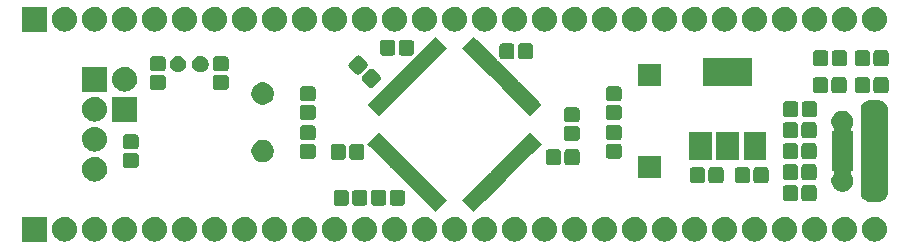
<source format=gts>
G04 #@! TF.GenerationSoftware,KiCad,Pcbnew,(5.0.0)*
G04 #@! TF.CreationDate,2018-10-21T19:13:21+02:00*
G04 #@! TF.ProjectId,mibo64_stm32,6D69626F36345F73746D33322E6B6963,rev?*
G04 #@! TF.SameCoordinates,PX6486dd0PY621abf0*
G04 #@! TF.FileFunction,Soldermask,Top*
G04 #@! TF.FilePolarity,Negative*
%FSLAX46Y46*%
G04 Gerber Fmt 4.6, Leading zero omitted, Abs format (unit mm)*
G04 Created by KiCad (PCBNEW (5.0.0)) date 10/21/18 19:13:21*
%MOMM*%
%LPD*%
G01*
G04 APERTURE LIST*
%ADD10C,0.100000*%
G04 APERTURE END LIST*
D10*
G36*
X2320000Y-20100000D02*
X220000Y-20100000D01*
X220000Y-18000000D01*
X2320000Y-18000000D01*
X2320000Y-20100000D01*
X2320000Y-20100000D01*
G37*
G36*
X39498707Y-18007596D02*
X39575836Y-18015193D01*
X39707787Y-18055220D01*
X39773763Y-18075233D01*
X39956172Y-18172733D01*
X40116054Y-18303946D01*
X40247267Y-18463828D01*
X40344767Y-18646237D01*
X40344767Y-18646238D01*
X40404807Y-18844164D01*
X40425080Y-19050000D01*
X40404807Y-19255836D01*
X40364780Y-19387787D01*
X40344767Y-19453763D01*
X40247267Y-19636172D01*
X40116054Y-19796054D01*
X39956172Y-19927267D01*
X39773763Y-20024767D01*
X39707787Y-20044780D01*
X39575836Y-20084807D01*
X39498707Y-20092403D01*
X39421580Y-20100000D01*
X39318420Y-20100000D01*
X39241293Y-20092403D01*
X39164164Y-20084807D01*
X39032213Y-20044780D01*
X38966237Y-20024767D01*
X38783828Y-19927267D01*
X38623946Y-19796054D01*
X38492733Y-19636172D01*
X38395233Y-19453763D01*
X38375220Y-19387787D01*
X38335193Y-19255836D01*
X38314920Y-19050000D01*
X38335193Y-18844164D01*
X38395233Y-18646238D01*
X38395233Y-18646237D01*
X38492733Y-18463828D01*
X38623946Y-18303946D01*
X38783828Y-18172733D01*
X38966237Y-18075233D01*
X39032213Y-18055220D01*
X39164164Y-18015193D01*
X39241293Y-18007596D01*
X39318420Y-18000000D01*
X39421580Y-18000000D01*
X39498707Y-18007596D01*
X39498707Y-18007596D01*
G37*
G36*
X72518707Y-18007596D02*
X72595836Y-18015193D01*
X72727787Y-18055220D01*
X72793763Y-18075233D01*
X72976172Y-18172733D01*
X73136054Y-18303946D01*
X73267267Y-18463828D01*
X73364767Y-18646237D01*
X73364767Y-18646238D01*
X73424807Y-18844164D01*
X73445080Y-19050000D01*
X73424807Y-19255836D01*
X73384780Y-19387787D01*
X73364767Y-19453763D01*
X73267267Y-19636172D01*
X73136054Y-19796054D01*
X72976172Y-19927267D01*
X72793763Y-20024767D01*
X72727787Y-20044780D01*
X72595836Y-20084807D01*
X72518707Y-20092403D01*
X72441580Y-20100000D01*
X72338420Y-20100000D01*
X72261293Y-20092403D01*
X72184164Y-20084807D01*
X72052213Y-20044780D01*
X71986237Y-20024767D01*
X71803828Y-19927267D01*
X71643946Y-19796054D01*
X71512733Y-19636172D01*
X71415233Y-19453763D01*
X71395220Y-19387787D01*
X71355193Y-19255836D01*
X71334920Y-19050000D01*
X71355193Y-18844164D01*
X71415233Y-18646238D01*
X71415233Y-18646237D01*
X71512733Y-18463828D01*
X71643946Y-18303946D01*
X71803828Y-18172733D01*
X71986237Y-18075233D01*
X72052213Y-18055220D01*
X72184164Y-18015193D01*
X72261293Y-18007596D01*
X72338420Y-18000000D01*
X72441580Y-18000000D01*
X72518707Y-18007596D01*
X72518707Y-18007596D01*
G37*
G36*
X67438707Y-18007596D02*
X67515836Y-18015193D01*
X67647787Y-18055220D01*
X67713763Y-18075233D01*
X67896172Y-18172733D01*
X68056054Y-18303946D01*
X68187267Y-18463828D01*
X68284767Y-18646237D01*
X68284767Y-18646238D01*
X68344807Y-18844164D01*
X68365080Y-19050000D01*
X68344807Y-19255836D01*
X68304780Y-19387787D01*
X68284767Y-19453763D01*
X68187267Y-19636172D01*
X68056054Y-19796054D01*
X67896172Y-19927267D01*
X67713763Y-20024767D01*
X67647787Y-20044780D01*
X67515836Y-20084807D01*
X67438707Y-20092403D01*
X67361580Y-20100000D01*
X67258420Y-20100000D01*
X67181293Y-20092403D01*
X67104164Y-20084807D01*
X66972213Y-20044780D01*
X66906237Y-20024767D01*
X66723828Y-19927267D01*
X66563946Y-19796054D01*
X66432733Y-19636172D01*
X66335233Y-19453763D01*
X66315220Y-19387787D01*
X66275193Y-19255836D01*
X66254920Y-19050000D01*
X66275193Y-18844164D01*
X66335233Y-18646238D01*
X66335233Y-18646237D01*
X66432733Y-18463828D01*
X66563946Y-18303946D01*
X66723828Y-18172733D01*
X66906237Y-18075233D01*
X66972213Y-18055220D01*
X67104164Y-18015193D01*
X67181293Y-18007596D01*
X67258420Y-18000000D01*
X67361580Y-18000000D01*
X67438707Y-18007596D01*
X67438707Y-18007596D01*
G37*
G36*
X64898707Y-18007596D02*
X64975836Y-18015193D01*
X65107787Y-18055220D01*
X65173763Y-18075233D01*
X65356172Y-18172733D01*
X65516054Y-18303946D01*
X65647267Y-18463828D01*
X65744767Y-18646237D01*
X65744767Y-18646238D01*
X65804807Y-18844164D01*
X65825080Y-19050000D01*
X65804807Y-19255836D01*
X65764780Y-19387787D01*
X65744767Y-19453763D01*
X65647267Y-19636172D01*
X65516054Y-19796054D01*
X65356172Y-19927267D01*
X65173763Y-20024767D01*
X65107787Y-20044780D01*
X64975836Y-20084807D01*
X64898707Y-20092403D01*
X64821580Y-20100000D01*
X64718420Y-20100000D01*
X64641293Y-20092403D01*
X64564164Y-20084807D01*
X64432213Y-20044780D01*
X64366237Y-20024767D01*
X64183828Y-19927267D01*
X64023946Y-19796054D01*
X63892733Y-19636172D01*
X63795233Y-19453763D01*
X63775220Y-19387787D01*
X63735193Y-19255836D01*
X63714920Y-19050000D01*
X63735193Y-18844164D01*
X63795233Y-18646238D01*
X63795233Y-18646237D01*
X63892733Y-18463828D01*
X64023946Y-18303946D01*
X64183828Y-18172733D01*
X64366237Y-18075233D01*
X64432213Y-18055220D01*
X64564164Y-18015193D01*
X64641293Y-18007596D01*
X64718420Y-18000000D01*
X64821580Y-18000000D01*
X64898707Y-18007596D01*
X64898707Y-18007596D01*
G37*
G36*
X62358707Y-18007596D02*
X62435836Y-18015193D01*
X62567787Y-18055220D01*
X62633763Y-18075233D01*
X62816172Y-18172733D01*
X62976054Y-18303946D01*
X63107267Y-18463828D01*
X63204767Y-18646237D01*
X63204767Y-18646238D01*
X63264807Y-18844164D01*
X63285080Y-19050000D01*
X63264807Y-19255836D01*
X63224780Y-19387787D01*
X63204767Y-19453763D01*
X63107267Y-19636172D01*
X62976054Y-19796054D01*
X62816172Y-19927267D01*
X62633763Y-20024767D01*
X62567787Y-20044780D01*
X62435836Y-20084807D01*
X62358707Y-20092403D01*
X62281580Y-20100000D01*
X62178420Y-20100000D01*
X62101293Y-20092403D01*
X62024164Y-20084807D01*
X61892213Y-20044780D01*
X61826237Y-20024767D01*
X61643828Y-19927267D01*
X61483946Y-19796054D01*
X61352733Y-19636172D01*
X61255233Y-19453763D01*
X61235220Y-19387787D01*
X61195193Y-19255836D01*
X61174920Y-19050000D01*
X61195193Y-18844164D01*
X61255233Y-18646238D01*
X61255233Y-18646237D01*
X61352733Y-18463828D01*
X61483946Y-18303946D01*
X61643828Y-18172733D01*
X61826237Y-18075233D01*
X61892213Y-18055220D01*
X62024164Y-18015193D01*
X62101293Y-18007596D01*
X62178420Y-18000000D01*
X62281580Y-18000000D01*
X62358707Y-18007596D01*
X62358707Y-18007596D01*
G37*
G36*
X59818707Y-18007596D02*
X59895836Y-18015193D01*
X60027787Y-18055220D01*
X60093763Y-18075233D01*
X60276172Y-18172733D01*
X60436054Y-18303946D01*
X60567267Y-18463828D01*
X60664767Y-18646237D01*
X60664767Y-18646238D01*
X60724807Y-18844164D01*
X60745080Y-19050000D01*
X60724807Y-19255836D01*
X60684780Y-19387787D01*
X60664767Y-19453763D01*
X60567267Y-19636172D01*
X60436054Y-19796054D01*
X60276172Y-19927267D01*
X60093763Y-20024767D01*
X60027787Y-20044780D01*
X59895836Y-20084807D01*
X59818707Y-20092403D01*
X59741580Y-20100000D01*
X59638420Y-20100000D01*
X59561293Y-20092403D01*
X59484164Y-20084807D01*
X59352213Y-20044780D01*
X59286237Y-20024767D01*
X59103828Y-19927267D01*
X58943946Y-19796054D01*
X58812733Y-19636172D01*
X58715233Y-19453763D01*
X58695220Y-19387787D01*
X58655193Y-19255836D01*
X58634920Y-19050000D01*
X58655193Y-18844164D01*
X58715233Y-18646238D01*
X58715233Y-18646237D01*
X58812733Y-18463828D01*
X58943946Y-18303946D01*
X59103828Y-18172733D01*
X59286237Y-18075233D01*
X59352213Y-18055220D01*
X59484164Y-18015193D01*
X59561293Y-18007596D01*
X59638420Y-18000000D01*
X59741580Y-18000000D01*
X59818707Y-18007596D01*
X59818707Y-18007596D01*
G37*
G36*
X57278707Y-18007596D02*
X57355836Y-18015193D01*
X57487787Y-18055220D01*
X57553763Y-18075233D01*
X57736172Y-18172733D01*
X57896054Y-18303946D01*
X58027267Y-18463828D01*
X58124767Y-18646237D01*
X58124767Y-18646238D01*
X58184807Y-18844164D01*
X58205080Y-19050000D01*
X58184807Y-19255836D01*
X58144780Y-19387787D01*
X58124767Y-19453763D01*
X58027267Y-19636172D01*
X57896054Y-19796054D01*
X57736172Y-19927267D01*
X57553763Y-20024767D01*
X57487787Y-20044780D01*
X57355836Y-20084807D01*
X57278707Y-20092403D01*
X57201580Y-20100000D01*
X57098420Y-20100000D01*
X57021293Y-20092403D01*
X56944164Y-20084807D01*
X56812213Y-20044780D01*
X56746237Y-20024767D01*
X56563828Y-19927267D01*
X56403946Y-19796054D01*
X56272733Y-19636172D01*
X56175233Y-19453763D01*
X56155220Y-19387787D01*
X56115193Y-19255836D01*
X56094920Y-19050000D01*
X56115193Y-18844164D01*
X56175233Y-18646238D01*
X56175233Y-18646237D01*
X56272733Y-18463828D01*
X56403946Y-18303946D01*
X56563828Y-18172733D01*
X56746237Y-18075233D01*
X56812213Y-18055220D01*
X56944164Y-18015193D01*
X57021293Y-18007596D01*
X57098420Y-18000000D01*
X57201580Y-18000000D01*
X57278707Y-18007596D01*
X57278707Y-18007596D01*
G37*
G36*
X54738707Y-18007596D02*
X54815836Y-18015193D01*
X54947787Y-18055220D01*
X55013763Y-18075233D01*
X55196172Y-18172733D01*
X55356054Y-18303946D01*
X55487267Y-18463828D01*
X55584767Y-18646237D01*
X55584767Y-18646238D01*
X55644807Y-18844164D01*
X55665080Y-19050000D01*
X55644807Y-19255836D01*
X55604780Y-19387787D01*
X55584767Y-19453763D01*
X55487267Y-19636172D01*
X55356054Y-19796054D01*
X55196172Y-19927267D01*
X55013763Y-20024767D01*
X54947787Y-20044780D01*
X54815836Y-20084807D01*
X54738707Y-20092403D01*
X54661580Y-20100000D01*
X54558420Y-20100000D01*
X54481293Y-20092403D01*
X54404164Y-20084807D01*
X54272213Y-20044780D01*
X54206237Y-20024767D01*
X54023828Y-19927267D01*
X53863946Y-19796054D01*
X53732733Y-19636172D01*
X53635233Y-19453763D01*
X53615220Y-19387787D01*
X53575193Y-19255836D01*
X53554920Y-19050000D01*
X53575193Y-18844164D01*
X53635233Y-18646238D01*
X53635233Y-18646237D01*
X53732733Y-18463828D01*
X53863946Y-18303946D01*
X54023828Y-18172733D01*
X54206237Y-18075233D01*
X54272213Y-18055220D01*
X54404164Y-18015193D01*
X54481293Y-18007596D01*
X54558420Y-18000000D01*
X54661580Y-18000000D01*
X54738707Y-18007596D01*
X54738707Y-18007596D01*
G37*
G36*
X52198707Y-18007596D02*
X52275836Y-18015193D01*
X52407787Y-18055220D01*
X52473763Y-18075233D01*
X52656172Y-18172733D01*
X52816054Y-18303946D01*
X52947267Y-18463828D01*
X53044767Y-18646237D01*
X53044767Y-18646238D01*
X53104807Y-18844164D01*
X53125080Y-19050000D01*
X53104807Y-19255836D01*
X53064780Y-19387787D01*
X53044767Y-19453763D01*
X52947267Y-19636172D01*
X52816054Y-19796054D01*
X52656172Y-19927267D01*
X52473763Y-20024767D01*
X52407787Y-20044780D01*
X52275836Y-20084807D01*
X52198707Y-20092403D01*
X52121580Y-20100000D01*
X52018420Y-20100000D01*
X51941293Y-20092403D01*
X51864164Y-20084807D01*
X51732213Y-20044780D01*
X51666237Y-20024767D01*
X51483828Y-19927267D01*
X51323946Y-19796054D01*
X51192733Y-19636172D01*
X51095233Y-19453763D01*
X51075220Y-19387787D01*
X51035193Y-19255836D01*
X51014920Y-19050000D01*
X51035193Y-18844164D01*
X51095233Y-18646238D01*
X51095233Y-18646237D01*
X51192733Y-18463828D01*
X51323946Y-18303946D01*
X51483828Y-18172733D01*
X51666237Y-18075233D01*
X51732213Y-18055220D01*
X51864164Y-18015193D01*
X51941293Y-18007596D01*
X52018420Y-18000000D01*
X52121580Y-18000000D01*
X52198707Y-18007596D01*
X52198707Y-18007596D01*
G37*
G36*
X49658707Y-18007596D02*
X49735836Y-18015193D01*
X49867787Y-18055220D01*
X49933763Y-18075233D01*
X50116172Y-18172733D01*
X50276054Y-18303946D01*
X50407267Y-18463828D01*
X50504767Y-18646237D01*
X50504767Y-18646238D01*
X50564807Y-18844164D01*
X50585080Y-19050000D01*
X50564807Y-19255836D01*
X50524780Y-19387787D01*
X50504767Y-19453763D01*
X50407267Y-19636172D01*
X50276054Y-19796054D01*
X50116172Y-19927267D01*
X49933763Y-20024767D01*
X49867787Y-20044780D01*
X49735836Y-20084807D01*
X49658707Y-20092403D01*
X49581580Y-20100000D01*
X49478420Y-20100000D01*
X49401293Y-20092403D01*
X49324164Y-20084807D01*
X49192213Y-20044780D01*
X49126237Y-20024767D01*
X48943828Y-19927267D01*
X48783946Y-19796054D01*
X48652733Y-19636172D01*
X48555233Y-19453763D01*
X48535220Y-19387787D01*
X48495193Y-19255836D01*
X48474920Y-19050000D01*
X48495193Y-18844164D01*
X48555233Y-18646238D01*
X48555233Y-18646237D01*
X48652733Y-18463828D01*
X48783946Y-18303946D01*
X48943828Y-18172733D01*
X49126237Y-18075233D01*
X49192213Y-18055220D01*
X49324164Y-18015193D01*
X49401293Y-18007596D01*
X49478420Y-18000000D01*
X49581580Y-18000000D01*
X49658707Y-18007596D01*
X49658707Y-18007596D01*
G37*
G36*
X47118707Y-18007596D02*
X47195836Y-18015193D01*
X47327787Y-18055220D01*
X47393763Y-18075233D01*
X47576172Y-18172733D01*
X47736054Y-18303946D01*
X47867267Y-18463828D01*
X47964767Y-18646237D01*
X47964767Y-18646238D01*
X48024807Y-18844164D01*
X48045080Y-19050000D01*
X48024807Y-19255836D01*
X47984780Y-19387787D01*
X47964767Y-19453763D01*
X47867267Y-19636172D01*
X47736054Y-19796054D01*
X47576172Y-19927267D01*
X47393763Y-20024767D01*
X47327787Y-20044780D01*
X47195836Y-20084807D01*
X47118707Y-20092403D01*
X47041580Y-20100000D01*
X46938420Y-20100000D01*
X46861293Y-20092403D01*
X46784164Y-20084807D01*
X46652213Y-20044780D01*
X46586237Y-20024767D01*
X46403828Y-19927267D01*
X46243946Y-19796054D01*
X46112733Y-19636172D01*
X46015233Y-19453763D01*
X45995220Y-19387787D01*
X45955193Y-19255836D01*
X45934920Y-19050000D01*
X45955193Y-18844164D01*
X46015233Y-18646238D01*
X46015233Y-18646237D01*
X46112733Y-18463828D01*
X46243946Y-18303946D01*
X46403828Y-18172733D01*
X46586237Y-18075233D01*
X46652213Y-18055220D01*
X46784164Y-18015193D01*
X46861293Y-18007596D01*
X46938420Y-18000000D01*
X47041580Y-18000000D01*
X47118707Y-18007596D01*
X47118707Y-18007596D01*
G37*
G36*
X44578707Y-18007596D02*
X44655836Y-18015193D01*
X44787787Y-18055220D01*
X44853763Y-18075233D01*
X45036172Y-18172733D01*
X45196054Y-18303946D01*
X45327267Y-18463828D01*
X45424767Y-18646237D01*
X45424767Y-18646238D01*
X45484807Y-18844164D01*
X45505080Y-19050000D01*
X45484807Y-19255836D01*
X45444780Y-19387787D01*
X45424767Y-19453763D01*
X45327267Y-19636172D01*
X45196054Y-19796054D01*
X45036172Y-19927267D01*
X44853763Y-20024767D01*
X44787787Y-20044780D01*
X44655836Y-20084807D01*
X44578707Y-20092403D01*
X44501580Y-20100000D01*
X44398420Y-20100000D01*
X44321293Y-20092403D01*
X44244164Y-20084807D01*
X44112213Y-20044780D01*
X44046237Y-20024767D01*
X43863828Y-19927267D01*
X43703946Y-19796054D01*
X43572733Y-19636172D01*
X43475233Y-19453763D01*
X43455220Y-19387787D01*
X43415193Y-19255836D01*
X43394920Y-19050000D01*
X43415193Y-18844164D01*
X43475233Y-18646238D01*
X43475233Y-18646237D01*
X43572733Y-18463828D01*
X43703946Y-18303946D01*
X43863828Y-18172733D01*
X44046237Y-18075233D01*
X44112213Y-18055220D01*
X44244164Y-18015193D01*
X44321293Y-18007596D01*
X44398420Y-18000000D01*
X44501580Y-18000000D01*
X44578707Y-18007596D01*
X44578707Y-18007596D01*
G37*
G36*
X42038707Y-18007596D02*
X42115836Y-18015193D01*
X42247787Y-18055220D01*
X42313763Y-18075233D01*
X42496172Y-18172733D01*
X42656054Y-18303946D01*
X42787267Y-18463828D01*
X42884767Y-18646237D01*
X42884767Y-18646238D01*
X42944807Y-18844164D01*
X42965080Y-19050000D01*
X42944807Y-19255836D01*
X42904780Y-19387787D01*
X42884767Y-19453763D01*
X42787267Y-19636172D01*
X42656054Y-19796054D01*
X42496172Y-19927267D01*
X42313763Y-20024767D01*
X42247787Y-20044780D01*
X42115836Y-20084807D01*
X42038707Y-20092403D01*
X41961580Y-20100000D01*
X41858420Y-20100000D01*
X41781293Y-20092403D01*
X41704164Y-20084807D01*
X41572213Y-20044780D01*
X41506237Y-20024767D01*
X41323828Y-19927267D01*
X41163946Y-19796054D01*
X41032733Y-19636172D01*
X40935233Y-19453763D01*
X40915220Y-19387787D01*
X40875193Y-19255836D01*
X40854920Y-19050000D01*
X40875193Y-18844164D01*
X40935233Y-18646238D01*
X40935233Y-18646237D01*
X41032733Y-18463828D01*
X41163946Y-18303946D01*
X41323828Y-18172733D01*
X41506237Y-18075233D01*
X41572213Y-18055220D01*
X41704164Y-18015193D01*
X41781293Y-18007596D01*
X41858420Y-18000000D01*
X41961580Y-18000000D01*
X42038707Y-18007596D01*
X42038707Y-18007596D01*
G37*
G36*
X69978707Y-18007596D02*
X70055836Y-18015193D01*
X70187787Y-18055220D01*
X70253763Y-18075233D01*
X70436172Y-18172733D01*
X70596054Y-18303946D01*
X70727267Y-18463828D01*
X70824767Y-18646237D01*
X70824767Y-18646238D01*
X70884807Y-18844164D01*
X70905080Y-19050000D01*
X70884807Y-19255836D01*
X70844780Y-19387787D01*
X70824767Y-19453763D01*
X70727267Y-19636172D01*
X70596054Y-19796054D01*
X70436172Y-19927267D01*
X70253763Y-20024767D01*
X70187787Y-20044780D01*
X70055836Y-20084807D01*
X69978707Y-20092403D01*
X69901580Y-20100000D01*
X69798420Y-20100000D01*
X69721293Y-20092403D01*
X69644164Y-20084807D01*
X69512213Y-20044780D01*
X69446237Y-20024767D01*
X69263828Y-19927267D01*
X69103946Y-19796054D01*
X68972733Y-19636172D01*
X68875233Y-19453763D01*
X68855220Y-19387787D01*
X68815193Y-19255836D01*
X68794920Y-19050000D01*
X68815193Y-18844164D01*
X68875233Y-18646238D01*
X68875233Y-18646237D01*
X68972733Y-18463828D01*
X69103946Y-18303946D01*
X69263828Y-18172733D01*
X69446237Y-18075233D01*
X69512213Y-18055220D01*
X69644164Y-18015193D01*
X69721293Y-18007596D01*
X69798420Y-18000000D01*
X69901580Y-18000000D01*
X69978707Y-18007596D01*
X69978707Y-18007596D01*
G37*
G36*
X3938707Y-18007596D02*
X4015836Y-18015193D01*
X4147787Y-18055220D01*
X4213763Y-18075233D01*
X4396172Y-18172733D01*
X4556054Y-18303946D01*
X4687267Y-18463828D01*
X4784767Y-18646237D01*
X4784767Y-18646238D01*
X4844807Y-18844164D01*
X4865080Y-19050000D01*
X4844807Y-19255836D01*
X4804780Y-19387787D01*
X4784767Y-19453763D01*
X4687267Y-19636172D01*
X4556054Y-19796054D01*
X4396172Y-19927267D01*
X4213763Y-20024767D01*
X4147787Y-20044780D01*
X4015836Y-20084807D01*
X3938707Y-20092403D01*
X3861580Y-20100000D01*
X3758420Y-20100000D01*
X3681293Y-20092403D01*
X3604164Y-20084807D01*
X3472213Y-20044780D01*
X3406237Y-20024767D01*
X3223828Y-19927267D01*
X3063946Y-19796054D01*
X2932733Y-19636172D01*
X2835233Y-19453763D01*
X2815220Y-19387787D01*
X2775193Y-19255836D01*
X2754920Y-19050000D01*
X2775193Y-18844164D01*
X2835233Y-18646238D01*
X2835233Y-18646237D01*
X2932733Y-18463828D01*
X3063946Y-18303946D01*
X3223828Y-18172733D01*
X3406237Y-18075233D01*
X3472213Y-18055220D01*
X3604164Y-18015193D01*
X3681293Y-18007596D01*
X3758420Y-18000000D01*
X3861580Y-18000000D01*
X3938707Y-18007596D01*
X3938707Y-18007596D01*
G37*
G36*
X36958707Y-18007596D02*
X37035836Y-18015193D01*
X37167787Y-18055220D01*
X37233763Y-18075233D01*
X37416172Y-18172733D01*
X37576054Y-18303946D01*
X37707267Y-18463828D01*
X37804767Y-18646237D01*
X37804767Y-18646238D01*
X37864807Y-18844164D01*
X37885080Y-19050000D01*
X37864807Y-19255836D01*
X37824780Y-19387787D01*
X37804767Y-19453763D01*
X37707267Y-19636172D01*
X37576054Y-19796054D01*
X37416172Y-19927267D01*
X37233763Y-20024767D01*
X37167787Y-20044780D01*
X37035836Y-20084807D01*
X36958707Y-20092403D01*
X36881580Y-20100000D01*
X36778420Y-20100000D01*
X36701293Y-20092403D01*
X36624164Y-20084807D01*
X36492213Y-20044780D01*
X36426237Y-20024767D01*
X36243828Y-19927267D01*
X36083946Y-19796054D01*
X35952733Y-19636172D01*
X35855233Y-19453763D01*
X35835220Y-19387787D01*
X35795193Y-19255836D01*
X35774920Y-19050000D01*
X35795193Y-18844164D01*
X35855233Y-18646238D01*
X35855233Y-18646237D01*
X35952733Y-18463828D01*
X36083946Y-18303946D01*
X36243828Y-18172733D01*
X36426237Y-18075233D01*
X36492213Y-18055220D01*
X36624164Y-18015193D01*
X36701293Y-18007596D01*
X36778420Y-18000000D01*
X36881580Y-18000000D01*
X36958707Y-18007596D01*
X36958707Y-18007596D01*
G37*
G36*
X6478707Y-18007596D02*
X6555836Y-18015193D01*
X6687787Y-18055220D01*
X6753763Y-18075233D01*
X6936172Y-18172733D01*
X7096054Y-18303946D01*
X7227267Y-18463828D01*
X7324767Y-18646237D01*
X7324767Y-18646238D01*
X7384807Y-18844164D01*
X7405080Y-19050000D01*
X7384807Y-19255836D01*
X7344780Y-19387787D01*
X7324767Y-19453763D01*
X7227267Y-19636172D01*
X7096054Y-19796054D01*
X6936172Y-19927267D01*
X6753763Y-20024767D01*
X6687787Y-20044780D01*
X6555836Y-20084807D01*
X6478707Y-20092403D01*
X6401580Y-20100000D01*
X6298420Y-20100000D01*
X6221293Y-20092403D01*
X6144164Y-20084807D01*
X6012213Y-20044780D01*
X5946237Y-20024767D01*
X5763828Y-19927267D01*
X5603946Y-19796054D01*
X5472733Y-19636172D01*
X5375233Y-19453763D01*
X5355220Y-19387787D01*
X5315193Y-19255836D01*
X5294920Y-19050000D01*
X5315193Y-18844164D01*
X5375233Y-18646238D01*
X5375233Y-18646237D01*
X5472733Y-18463828D01*
X5603946Y-18303946D01*
X5763828Y-18172733D01*
X5946237Y-18075233D01*
X6012213Y-18055220D01*
X6144164Y-18015193D01*
X6221293Y-18007596D01*
X6298420Y-18000000D01*
X6401580Y-18000000D01*
X6478707Y-18007596D01*
X6478707Y-18007596D01*
G37*
G36*
X9018707Y-18007596D02*
X9095836Y-18015193D01*
X9227787Y-18055220D01*
X9293763Y-18075233D01*
X9476172Y-18172733D01*
X9636054Y-18303946D01*
X9767267Y-18463828D01*
X9864767Y-18646237D01*
X9864767Y-18646238D01*
X9924807Y-18844164D01*
X9945080Y-19050000D01*
X9924807Y-19255836D01*
X9884780Y-19387787D01*
X9864767Y-19453763D01*
X9767267Y-19636172D01*
X9636054Y-19796054D01*
X9476172Y-19927267D01*
X9293763Y-20024767D01*
X9227787Y-20044780D01*
X9095836Y-20084807D01*
X9018707Y-20092403D01*
X8941580Y-20100000D01*
X8838420Y-20100000D01*
X8761293Y-20092403D01*
X8684164Y-20084807D01*
X8552213Y-20044780D01*
X8486237Y-20024767D01*
X8303828Y-19927267D01*
X8143946Y-19796054D01*
X8012733Y-19636172D01*
X7915233Y-19453763D01*
X7895220Y-19387787D01*
X7855193Y-19255836D01*
X7834920Y-19050000D01*
X7855193Y-18844164D01*
X7915233Y-18646238D01*
X7915233Y-18646237D01*
X8012733Y-18463828D01*
X8143946Y-18303946D01*
X8303828Y-18172733D01*
X8486237Y-18075233D01*
X8552213Y-18055220D01*
X8684164Y-18015193D01*
X8761293Y-18007596D01*
X8838420Y-18000000D01*
X8941580Y-18000000D01*
X9018707Y-18007596D01*
X9018707Y-18007596D01*
G37*
G36*
X11558707Y-18007596D02*
X11635836Y-18015193D01*
X11767787Y-18055220D01*
X11833763Y-18075233D01*
X12016172Y-18172733D01*
X12176054Y-18303946D01*
X12307267Y-18463828D01*
X12404767Y-18646237D01*
X12404767Y-18646238D01*
X12464807Y-18844164D01*
X12485080Y-19050000D01*
X12464807Y-19255836D01*
X12424780Y-19387787D01*
X12404767Y-19453763D01*
X12307267Y-19636172D01*
X12176054Y-19796054D01*
X12016172Y-19927267D01*
X11833763Y-20024767D01*
X11767787Y-20044780D01*
X11635836Y-20084807D01*
X11558707Y-20092403D01*
X11481580Y-20100000D01*
X11378420Y-20100000D01*
X11301293Y-20092403D01*
X11224164Y-20084807D01*
X11092213Y-20044780D01*
X11026237Y-20024767D01*
X10843828Y-19927267D01*
X10683946Y-19796054D01*
X10552733Y-19636172D01*
X10455233Y-19453763D01*
X10435220Y-19387787D01*
X10395193Y-19255836D01*
X10374920Y-19050000D01*
X10395193Y-18844164D01*
X10455233Y-18646238D01*
X10455233Y-18646237D01*
X10552733Y-18463828D01*
X10683946Y-18303946D01*
X10843828Y-18172733D01*
X11026237Y-18075233D01*
X11092213Y-18055220D01*
X11224164Y-18015193D01*
X11301293Y-18007596D01*
X11378420Y-18000000D01*
X11481580Y-18000000D01*
X11558707Y-18007596D01*
X11558707Y-18007596D01*
G37*
G36*
X14098707Y-18007596D02*
X14175836Y-18015193D01*
X14307787Y-18055220D01*
X14373763Y-18075233D01*
X14556172Y-18172733D01*
X14716054Y-18303946D01*
X14847267Y-18463828D01*
X14944767Y-18646237D01*
X14944767Y-18646238D01*
X15004807Y-18844164D01*
X15025080Y-19050000D01*
X15004807Y-19255836D01*
X14964780Y-19387787D01*
X14944767Y-19453763D01*
X14847267Y-19636172D01*
X14716054Y-19796054D01*
X14556172Y-19927267D01*
X14373763Y-20024767D01*
X14307787Y-20044780D01*
X14175836Y-20084807D01*
X14098707Y-20092403D01*
X14021580Y-20100000D01*
X13918420Y-20100000D01*
X13841293Y-20092403D01*
X13764164Y-20084807D01*
X13632213Y-20044780D01*
X13566237Y-20024767D01*
X13383828Y-19927267D01*
X13223946Y-19796054D01*
X13092733Y-19636172D01*
X12995233Y-19453763D01*
X12975220Y-19387787D01*
X12935193Y-19255836D01*
X12914920Y-19050000D01*
X12935193Y-18844164D01*
X12995233Y-18646238D01*
X12995233Y-18646237D01*
X13092733Y-18463828D01*
X13223946Y-18303946D01*
X13383828Y-18172733D01*
X13566237Y-18075233D01*
X13632213Y-18055220D01*
X13764164Y-18015193D01*
X13841293Y-18007596D01*
X13918420Y-18000000D01*
X14021580Y-18000000D01*
X14098707Y-18007596D01*
X14098707Y-18007596D01*
G37*
G36*
X16638707Y-18007596D02*
X16715836Y-18015193D01*
X16847787Y-18055220D01*
X16913763Y-18075233D01*
X17096172Y-18172733D01*
X17256054Y-18303946D01*
X17387267Y-18463828D01*
X17484767Y-18646237D01*
X17484767Y-18646238D01*
X17544807Y-18844164D01*
X17565080Y-19050000D01*
X17544807Y-19255836D01*
X17504780Y-19387787D01*
X17484767Y-19453763D01*
X17387267Y-19636172D01*
X17256054Y-19796054D01*
X17096172Y-19927267D01*
X16913763Y-20024767D01*
X16847787Y-20044780D01*
X16715836Y-20084807D01*
X16638707Y-20092403D01*
X16561580Y-20100000D01*
X16458420Y-20100000D01*
X16381293Y-20092403D01*
X16304164Y-20084807D01*
X16172213Y-20044780D01*
X16106237Y-20024767D01*
X15923828Y-19927267D01*
X15763946Y-19796054D01*
X15632733Y-19636172D01*
X15535233Y-19453763D01*
X15515220Y-19387787D01*
X15475193Y-19255836D01*
X15454920Y-19050000D01*
X15475193Y-18844164D01*
X15535233Y-18646238D01*
X15535233Y-18646237D01*
X15632733Y-18463828D01*
X15763946Y-18303946D01*
X15923828Y-18172733D01*
X16106237Y-18075233D01*
X16172213Y-18055220D01*
X16304164Y-18015193D01*
X16381293Y-18007596D01*
X16458420Y-18000000D01*
X16561580Y-18000000D01*
X16638707Y-18007596D01*
X16638707Y-18007596D01*
G37*
G36*
X21718707Y-18007596D02*
X21795836Y-18015193D01*
X21927787Y-18055220D01*
X21993763Y-18075233D01*
X22176172Y-18172733D01*
X22336054Y-18303946D01*
X22467267Y-18463828D01*
X22564767Y-18646237D01*
X22564767Y-18646238D01*
X22624807Y-18844164D01*
X22645080Y-19050000D01*
X22624807Y-19255836D01*
X22584780Y-19387787D01*
X22564767Y-19453763D01*
X22467267Y-19636172D01*
X22336054Y-19796054D01*
X22176172Y-19927267D01*
X21993763Y-20024767D01*
X21927787Y-20044780D01*
X21795836Y-20084807D01*
X21718707Y-20092403D01*
X21641580Y-20100000D01*
X21538420Y-20100000D01*
X21461293Y-20092403D01*
X21384164Y-20084807D01*
X21252213Y-20044780D01*
X21186237Y-20024767D01*
X21003828Y-19927267D01*
X20843946Y-19796054D01*
X20712733Y-19636172D01*
X20615233Y-19453763D01*
X20595220Y-19387787D01*
X20555193Y-19255836D01*
X20534920Y-19050000D01*
X20555193Y-18844164D01*
X20615233Y-18646238D01*
X20615233Y-18646237D01*
X20712733Y-18463828D01*
X20843946Y-18303946D01*
X21003828Y-18172733D01*
X21186237Y-18075233D01*
X21252213Y-18055220D01*
X21384164Y-18015193D01*
X21461293Y-18007596D01*
X21538420Y-18000000D01*
X21641580Y-18000000D01*
X21718707Y-18007596D01*
X21718707Y-18007596D01*
G37*
G36*
X34418707Y-18007596D02*
X34495836Y-18015193D01*
X34627787Y-18055220D01*
X34693763Y-18075233D01*
X34876172Y-18172733D01*
X35036054Y-18303946D01*
X35167267Y-18463828D01*
X35264767Y-18646237D01*
X35264767Y-18646238D01*
X35324807Y-18844164D01*
X35345080Y-19050000D01*
X35324807Y-19255836D01*
X35284780Y-19387787D01*
X35264767Y-19453763D01*
X35167267Y-19636172D01*
X35036054Y-19796054D01*
X34876172Y-19927267D01*
X34693763Y-20024767D01*
X34627787Y-20044780D01*
X34495836Y-20084807D01*
X34418707Y-20092403D01*
X34341580Y-20100000D01*
X34238420Y-20100000D01*
X34161293Y-20092403D01*
X34084164Y-20084807D01*
X33952213Y-20044780D01*
X33886237Y-20024767D01*
X33703828Y-19927267D01*
X33543946Y-19796054D01*
X33412733Y-19636172D01*
X33315233Y-19453763D01*
X33295220Y-19387787D01*
X33255193Y-19255836D01*
X33234920Y-19050000D01*
X33255193Y-18844164D01*
X33315233Y-18646238D01*
X33315233Y-18646237D01*
X33412733Y-18463828D01*
X33543946Y-18303946D01*
X33703828Y-18172733D01*
X33886237Y-18075233D01*
X33952213Y-18055220D01*
X34084164Y-18015193D01*
X34161293Y-18007596D01*
X34238420Y-18000000D01*
X34341580Y-18000000D01*
X34418707Y-18007596D01*
X34418707Y-18007596D01*
G37*
G36*
X31878707Y-18007596D02*
X31955836Y-18015193D01*
X32087787Y-18055220D01*
X32153763Y-18075233D01*
X32336172Y-18172733D01*
X32496054Y-18303946D01*
X32627267Y-18463828D01*
X32724767Y-18646237D01*
X32724767Y-18646238D01*
X32784807Y-18844164D01*
X32805080Y-19050000D01*
X32784807Y-19255836D01*
X32744780Y-19387787D01*
X32724767Y-19453763D01*
X32627267Y-19636172D01*
X32496054Y-19796054D01*
X32336172Y-19927267D01*
X32153763Y-20024767D01*
X32087787Y-20044780D01*
X31955836Y-20084807D01*
X31878707Y-20092403D01*
X31801580Y-20100000D01*
X31698420Y-20100000D01*
X31621293Y-20092403D01*
X31544164Y-20084807D01*
X31412213Y-20044780D01*
X31346237Y-20024767D01*
X31163828Y-19927267D01*
X31003946Y-19796054D01*
X30872733Y-19636172D01*
X30775233Y-19453763D01*
X30755220Y-19387787D01*
X30715193Y-19255836D01*
X30694920Y-19050000D01*
X30715193Y-18844164D01*
X30775233Y-18646238D01*
X30775233Y-18646237D01*
X30872733Y-18463828D01*
X31003946Y-18303946D01*
X31163828Y-18172733D01*
X31346237Y-18075233D01*
X31412213Y-18055220D01*
X31544164Y-18015193D01*
X31621293Y-18007596D01*
X31698420Y-18000000D01*
X31801580Y-18000000D01*
X31878707Y-18007596D01*
X31878707Y-18007596D01*
G37*
G36*
X29338707Y-18007596D02*
X29415836Y-18015193D01*
X29547787Y-18055220D01*
X29613763Y-18075233D01*
X29796172Y-18172733D01*
X29956054Y-18303946D01*
X30087267Y-18463828D01*
X30184767Y-18646237D01*
X30184767Y-18646238D01*
X30244807Y-18844164D01*
X30265080Y-19050000D01*
X30244807Y-19255836D01*
X30204780Y-19387787D01*
X30184767Y-19453763D01*
X30087267Y-19636172D01*
X29956054Y-19796054D01*
X29796172Y-19927267D01*
X29613763Y-20024767D01*
X29547787Y-20044780D01*
X29415836Y-20084807D01*
X29338707Y-20092403D01*
X29261580Y-20100000D01*
X29158420Y-20100000D01*
X29081293Y-20092403D01*
X29004164Y-20084807D01*
X28872213Y-20044780D01*
X28806237Y-20024767D01*
X28623828Y-19927267D01*
X28463946Y-19796054D01*
X28332733Y-19636172D01*
X28235233Y-19453763D01*
X28215220Y-19387787D01*
X28175193Y-19255836D01*
X28154920Y-19050000D01*
X28175193Y-18844164D01*
X28235233Y-18646238D01*
X28235233Y-18646237D01*
X28332733Y-18463828D01*
X28463946Y-18303946D01*
X28623828Y-18172733D01*
X28806237Y-18075233D01*
X28872213Y-18055220D01*
X29004164Y-18015193D01*
X29081293Y-18007596D01*
X29158420Y-18000000D01*
X29261580Y-18000000D01*
X29338707Y-18007596D01*
X29338707Y-18007596D01*
G37*
G36*
X26798707Y-18007596D02*
X26875836Y-18015193D01*
X27007787Y-18055220D01*
X27073763Y-18075233D01*
X27256172Y-18172733D01*
X27416054Y-18303946D01*
X27547267Y-18463828D01*
X27644767Y-18646237D01*
X27644767Y-18646238D01*
X27704807Y-18844164D01*
X27725080Y-19050000D01*
X27704807Y-19255836D01*
X27664780Y-19387787D01*
X27644767Y-19453763D01*
X27547267Y-19636172D01*
X27416054Y-19796054D01*
X27256172Y-19927267D01*
X27073763Y-20024767D01*
X27007787Y-20044780D01*
X26875836Y-20084807D01*
X26798707Y-20092403D01*
X26721580Y-20100000D01*
X26618420Y-20100000D01*
X26541293Y-20092403D01*
X26464164Y-20084807D01*
X26332213Y-20044780D01*
X26266237Y-20024767D01*
X26083828Y-19927267D01*
X25923946Y-19796054D01*
X25792733Y-19636172D01*
X25695233Y-19453763D01*
X25675220Y-19387787D01*
X25635193Y-19255836D01*
X25614920Y-19050000D01*
X25635193Y-18844164D01*
X25695233Y-18646238D01*
X25695233Y-18646237D01*
X25792733Y-18463828D01*
X25923946Y-18303946D01*
X26083828Y-18172733D01*
X26266237Y-18075233D01*
X26332213Y-18055220D01*
X26464164Y-18015193D01*
X26541293Y-18007596D01*
X26618420Y-18000000D01*
X26721580Y-18000000D01*
X26798707Y-18007596D01*
X26798707Y-18007596D01*
G37*
G36*
X24258707Y-18007596D02*
X24335836Y-18015193D01*
X24467787Y-18055220D01*
X24533763Y-18075233D01*
X24716172Y-18172733D01*
X24876054Y-18303946D01*
X25007267Y-18463828D01*
X25104767Y-18646237D01*
X25104767Y-18646238D01*
X25164807Y-18844164D01*
X25185080Y-19050000D01*
X25164807Y-19255836D01*
X25124780Y-19387787D01*
X25104767Y-19453763D01*
X25007267Y-19636172D01*
X24876054Y-19796054D01*
X24716172Y-19927267D01*
X24533763Y-20024767D01*
X24467787Y-20044780D01*
X24335836Y-20084807D01*
X24258707Y-20092403D01*
X24181580Y-20100000D01*
X24078420Y-20100000D01*
X24001293Y-20092403D01*
X23924164Y-20084807D01*
X23792213Y-20044780D01*
X23726237Y-20024767D01*
X23543828Y-19927267D01*
X23383946Y-19796054D01*
X23252733Y-19636172D01*
X23155233Y-19453763D01*
X23135220Y-19387787D01*
X23095193Y-19255836D01*
X23074920Y-19050000D01*
X23095193Y-18844164D01*
X23155233Y-18646238D01*
X23155233Y-18646237D01*
X23252733Y-18463828D01*
X23383946Y-18303946D01*
X23543828Y-18172733D01*
X23726237Y-18075233D01*
X23792213Y-18055220D01*
X23924164Y-18015193D01*
X24001293Y-18007596D01*
X24078420Y-18000000D01*
X24181580Y-18000000D01*
X24258707Y-18007596D01*
X24258707Y-18007596D01*
G37*
G36*
X19178707Y-18007596D02*
X19255836Y-18015193D01*
X19387787Y-18055220D01*
X19453763Y-18075233D01*
X19636172Y-18172733D01*
X19796054Y-18303946D01*
X19927267Y-18463828D01*
X20024767Y-18646237D01*
X20024767Y-18646238D01*
X20084807Y-18844164D01*
X20105080Y-19050000D01*
X20084807Y-19255836D01*
X20044780Y-19387787D01*
X20024767Y-19453763D01*
X19927267Y-19636172D01*
X19796054Y-19796054D01*
X19636172Y-19927267D01*
X19453763Y-20024767D01*
X19387787Y-20044780D01*
X19255836Y-20084807D01*
X19178707Y-20092403D01*
X19101580Y-20100000D01*
X18998420Y-20100000D01*
X18921293Y-20092403D01*
X18844164Y-20084807D01*
X18712213Y-20044780D01*
X18646237Y-20024767D01*
X18463828Y-19927267D01*
X18303946Y-19796054D01*
X18172733Y-19636172D01*
X18075233Y-19453763D01*
X18055220Y-19387787D01*
X18015193Y-19255836D01*
X17994920Y-19050000D01*
X18015193Y-18844164D01*
X18075233Y-18646238D01*
X18075233Y-18646237D01*
X18172733Y-18463828D01*
X18303946Y-18303946D01*
X18463828Y-18172733D01*
X18646237Y-18075233D01*
X18712213Y-18055220D01*
X18844164Y-18015193D01*
X18921293Y-18007596D01*
X18998420Y-18000000D01*
X19101580Y-18000000D01*
X19178707Y-18007596D01*
X19178707Y-18007596D01*
G37*
G36*
X30961009Y-11362076D02*
X30961014Y-11362082D01*
X31031725Y-11432793D01*
X31031731Y-11432798D01*
X32021669Y-12422736D01*
X32021674Y-12422742D01*
X32092385Y-12493453D01*
X32092391Y-12493458D01*
X32728776Y-13129843D01*
X32728781Y-13129849D01*
X32799492Y-13200560D01*
X32799498Y-13200565D01*
X33789436Y-14190503D01*
X33789441Y-14190509D01*
X33860152Y-14261220D01*
X33860158Y-14261225D01*
X34496543Y-14897610D01*
X34496548Y-14897616D01*
X34567259Y-14968327D01*
X34567265Y-14968332D01*
X35557203Y-15958270D01*
X35557208Y-15958276D01*
X35627919Y-16028987D01*
X35627925Y-16028992D01*
X36175927Y-16576994D01*
X35185977Y-17566944D01*
X34920812Y-17301779D01*
X34920806Y-17301774D01*
X34284421Y-16665389D01*
X34284416Y-16665383D01*
X33860152Y-16241119D01*
X33860146Y-16241114D01*
X33223761Y-15604729D01*
X33223756Y-15604723D01*
X33153045Y-15534012D01*
X33153039Y-15534007D01*
X32516654Y-14897622D01*
X32516649Y-14897616D01*
X32092385Y-14473352D01*
X32092379Y-14473347D01*
X31455994Y-13836962D01*
X31455989Y-13836956D01*
X31385278Y-13766245D01*
X31385272Y-13766240D01*
X30748887Y-13129855D01*
X30748882Y-13129849D01*
X30324618Y-12705585D01*
X30324612Y-12705580D01*
X29688227Y-12069195D01*
X29688222Y-12069189D01*
X29423056Y-11804023D01*
X30413006Y-10814073D01*
X30961009Y-11362076D01*
X30961009Y-11362076D01*
G37*
G36*
X44236944Y-11804023D02*
X43971779Y-12069189D01*
X43335383Y-12705585D01*
X42981829Y-13059138D01*
X41567615Y-14473352D01*
X41567616Y-14473352D01*
X41214062Y-14826905D01*
X41214061Y-14826905D01*
X41143351Y-14897616D01*
X39799848Y-16241119D01*
X39799849Y-16241119D01*
X39446295Y-16594672D01*
X39446294Y-16594672D01*
X39375584Y-16665383D01*
X38739188Y-17301779D01*
X38739189Y-17301779D01*
X38474023Y-17566944D01*
X37484073Y-16576994D01*
X38032071Y-16028996D01*
X38032082Y-16028987D01*
X38102793Y-15958276D01*
X38102802Y-15958265D01*
X39092731Y-14968336D01*
X39092742Y-14968327D01*
X39163453Y-14897616D01*
X39163462Y-14897605D01*
X39799838Y-14261229D01*
X39799849Y-14261220D01*
X39870560Y-14190509D01*
X39870569Y-14190498D01*
X40860498Y-13200569D01*
X40860509Y-13200560D01*
X40931220Y-13129849D01*
X40931229Y-13129838D01*
X41567605Y-12493462D01*
X41567616Y-12493453D01*
X41638327Y-12422742D01*
X41638336Y-12422731D01*
X42628265Y-11432802D01*
X42628276Y-11432793D01*
X42698987Y-11362082D01*
X42698996Y-11362071D01*
X43246994Y-10814073D01*
X44236944Y-11804023D01*
X44236944Y-11804023D01*
G37*
G36*
X30822122Y-15713517D02*
X30870085Y-15728066D01*
X30914275Y-15751686D01*
X30953018Y-15783482D01*
X30984814Y-15822225D01*
X31008434Y-15866415D01*
X31022983Y-15914378D01*
X31028500Y-15970391D01*
X31028500Y-16795609D01*
X31022983Y-16851622D01*
X31008434Y-16899585D01*
X30984814Y-16943775D01*
X30953018Y-16982518D01*
X30914275Y-17014314D01*
X30870085Y-17037934D01*
X30822122Y-17052483D01*
X30766109Y-17058000D01*
X30015891Y-17058000D01*
X29959878Y-17052483D01*
X29911915Y-17037934D01*
X29867725Y-17014314D01*
X29828982Y-16982518D01*
X29797186Y-16943775D01*
X29773566Y-16899585D01*
X29759017Y-16851622D01*
X29753500Y-16795609D01*
X29753500Y-15970391D01*
X29759017Y-15914378D01*
X29773566Y-15866415D01*
X29797186Y-15822225D01*
X29828982Y-15783482D01*
X29867725Y-15751686D01*
X29911915Y-15728066D01*
X29959878Y-15713517D01*
X30015891Y-15708000D01*
X30766109Y-15708000D01*
X30822122Y-15713517D01*
X30822122Y-15713517D01*
G37*
G36*
X32397122Y-15713517D02*
X32445085Y-15728066D01*
X32489275Y-15751686D01*
X32528018Y-15783482D01*
X32559814Y-15822225D01*
X32583434Y-15866415D01*
X32597983Y-15914378D01*
X32603500Y-15970391D01*
X32603500Y-16795609D01*
X32597983Y-16851622D01*
X32583434Y-16899585D01*
X32559814Y-16943775D01*
X32528018Y-16982518D01*
X32489275Y-17014314D01*
X32445085Y-17037934D01*
X32397122Y-17052483D01*
X32341109Y-17058000D01*
X31590891Y-17058000D01*
X31534878Y-17052483D01*
X31486915Y-17037934D01*
X31442725Y-17014314D01*
X31403982Y-16982518D01*
X31372186Y-16943775D01*
X31348566Y-16899585D01*
X31334017Y-16851622D01*
X31328500Y-16795609D01*
X31328500Y-15970391D01*
X31334017Y-15914378D01*
X31348566Y-15866415D01*
X31372186Y-15822225D01*
X31403982Y-15783482D01*
X31442725Y-15751686D01*
X31486915Y-15728066D01*
X31534878Y-15713517D01*
X31590891Y-15708000D01*
X32341109Y-15708000D01*
X32397122Y-15713517D01*
X32397122Y-15713517D01*
G37*
G36*
X27647122Y-15713517D02*
X27695085Y-15728066D01*
X27739275Y-15751686D01*
X27778018Y-15783482D01*
X27809814Y-15822225D01*
X27833434Y-15866415D01*
X27847983Y-15914378D01*
X27853500Y-15970391D01*
X27853500Y-16795609D01*
X27847983Y-16851622D01*
X27833434Y-16899585D01*
X27809814Y-16943775D01*
X27778018Y-16982518D01*
X27739275Y-17014314D01*
X27695085Y-17037934D01*
X27647122Y-17052483D01*
X27591109Y-17058000D01*
X26840891Y-17058000D01*
X26784878Y-17052483D01*
X26736915Y-17037934D01*
X26692725Y-17014314D01*
X26653982Y-16982518D01*
X26622186Y-16943775D01*
X26598566Y-16899585D01*
X26584017Y-16851622D01*
X26578500Y-16795609D01*
X26578500Y-15970391D01*
X26584017Y-15914378D01*
X26598566Y-15866415D01*
X26622186Y-15822225D01*
X26653982Y-15783482D01*
X26692725Y-15751686D01*
X26736915Y-15728066D01*
X26784878Y-15713517D01*
X26840891Y-15708000D01*
X27591109Y-15708000D01*
X27647122Y-15713517D01*
X27647122Y-15713517D01*
G37*
G36*
X29222122Y-15713517D02*
X29270085Y-15728066D01*
X29314275Y-15751686D01*
X29353018Y-15783482D01*
X29384814Y-15822225D01*
X29408434Y-15866415D01*
X29422983Y-15914378D01*
X29428500Y-15970391D01*
X29428500Y-16795609D01*
X29422983Y-16851622D01*
X29408434Y-16899585D01*
X29384814Y-16943775D01*
X29353018Y-16982518D01*
X29314275Y-17014314D01*
X29270085Y-17037934D01*
X29222122Y-17052483D01*
X29166109Y-17058000D01*
X28415891Y-17058000D01*
X28359878Y-17052483D01*
X28311915Y-17037934D01*
X28267725Y-17014314D01*
X28228982Y-16982518D01*
X28197186Y-16943775D01*
X28173566Y-16899585D01*
X28159017Y-16851622D01*
X28153500Y-16795609D01*
X28153500Y-15970391D01*
X28159017Y-15914378D01*
X28173566Y-15866415D01*
X28197186Y-15822225D01*
X28228982Y-15783482D01*
X28267725Y-15751686D01*
X28311915Y-15728066D01*
X28359878Y-15713517D01*
X28415891Y-15708000D01*
X29166109Y-15708000D01*
X29222122Y-15713517D01*
X29222122Y-15713517D01*
G37*
G36*
X72825149Y-8153717D02*
X72864327Y-8157576D01*
X72932582Y-8178281D01*
X73015129Y-8203321D01*
X73154108Y-8277608D01*
X73275922Y-8377578D01*
X73375892Y-8499392D01*
X73450179Y-8638371D01*
X73455916Y-8657285D01*
X73465293Y-8679924D01*
X73478907Y-8700299D01*
X73496234Y-8717626D01*
X73507500Y-8725154D01*
X73507500Y-8900565D01*
X73508102Y-8912817D01*
X73511370Y-8946000D01*
X73508102Y-8979183D01*
X73507500Y-8991435D01*
X73507500Y-15900565D01*
X73508102Y-15912817D01*
X73511370Y-15946000D01*
X73508102Y-15979183D01*
X73507500Y-15991435D01*
X73507500Y-16166311D01*
X73506088Y-16167066D01*
X73487146Y-16182612D01*
X73471600Y-16201554D01*
X73460049Y-16223165D01*
X73455916Y-16234715D01*
X73450179Y-16253629D01*
X73375892Y-16392608D01*
X73275922Y-16514422D01*
X73154108Y-16614392D01*
X73015129Y-16688679D01*
X72939727Y-16711552D01*
X72864327Y-16734424D01*
X72825149Y-16738283D01*
X72746795Y-16746000D01*
X71968205Y-16746000D01*
X71889851Y-16738283D01*
X71850673Y-16734424D01*
X71775272Y-16711551D01*
X71699871Y-16688679D01*
X71560892Y-16614392D01*
X71439078Y-16514422D01*
X71339108Y-16392608D01*
X71264821Y-16253629D01*
X71259084Y-16234715D01*
X71249707Y-16212076D01*
X71236093Y-16191701D01*
X71218766Y-16174374D01*
X71207500Y-16166846D01*
X71207500Y-15991435D01*
X71206898Y-15979183D01*
X71203630Y-15946000D01*
X71206898Y-15912817D01*
X71207500Y-15900565D01*
X71207500Y-8991435D01*
X71206898Y-8979183D01*
X71203630Y-8946000D01*
X71206898Y-8912817D01*
X71207500Y-8900565D01*
X71207500Y-8725689D01*
X71208912Y-8724934D01*
X71227854Y-8709388D01*
X71243400Y-8690446D01*
X71254951Y-8668835D01*
X71259084Y-8657285D01*
X71264821Y-8638371D01*
X71339108Y-8499392D01*
X71439078Y-8377578D01*
X71560892Y-8277608D01*
X71699871Y-8203321D01*
X71782418Y-8178281D01*
X71850673Y-8157576D01*
X71889851Y-8153717D01*
X71968205Y-8146000D01*
X72746795Y-8146000D01*
X72825149Y-8153717D01*
X72825149Y-8153717D01*
G37*
G36*
X67258622Y-15332517D02*
X67306585Y-15347066D01*
X67350775Y-15370686D01*
X67389518Y-15402482D01*
X67421314Y-15441225D01*
X67444934Y-15485415D01*
X67459483Y-15533378D01*
X67465000Y-15589391D01*
X67465000Y-16414609D01*
X67459483Y-16470622D01*
X67444934Y-16518585D01*
X67421314Y-16562775D01*
X67389518Y-16601518D01*
X67350775Y-16633314D01*
X67306585Y-16656934D01*
X67258622Y-16671483D01*
X67202609Y-16677000D01*
X66452391Y-16677000D01*
X66396378Y-16671483D01*
X66348415Y-16656934D01*
X66304225Y-16633314D01*
X66265482Y-16601518D01*
X66233686Y-16562775D01*
X66210066Y-16518585D01*
X66195517Y-16470622D01*
X66190000Y-16414609D01*
X66190000Y-15589391D01*
X66195517Y-15533378D01*
X66210066Y-15485415D01*
X66233686Y-15441225D01*
X66265482Y-15402482D01*
X66304225Y-15370686D01*
X66348415Y-15347066D01*
X66396378Y-15332517D01*
X66452391Y-15327000D01*
X67202609Y-15327000D01*
X67258622Y-15332517D01*
X67258622Y-15332517D01*
G37*
G36*
X65683622Y-15332517D02*
X65731585Y-15347066D01*
X65775775Y-15370686D01*
X65814518Y-15402482D01*
X65846314Y-15441225D01*
X65869934Y-15485415D01*
X65884483Y-15533378D01*
X65890000Y-15589391D01*
X65890000Y-16414609D01*
X65884483Y-16470622D01*
X65869934Y-16518585D01*
X65846314Y-16562775D01*
X65814518Y-16601518D01*
X65775775Y-16633314D01*
X65731585Y-16656934D01*
X65683622Y-16671483D01*
X65627609Y-16677000D01*
X64877391Y-16677000D01*
X64821378Y-16671483D01*
X64773415Y-16656934D01*
X64729225Y-16633314D01*
X64690482Y-16601518D01*
X64658686Y-16562775D01*
X64635066Y-16518585D01*
X64620517Y-16470622D01*
X64615000Y-16414609D01*
X64615000Y-15589391D01*
X64620517Y-15533378D01*
X64635066Y-15485415D01*
X64658686Y-15441225D01*
X64690482Y-15402482D01*
X64729225Y-15370686D01*
X64773415Y-15347066D01*
X64821378Y-15332517D01*
X64877391Y-15327000D01*
X65627609Y-15327000D01*
X65683622Y-15332517D01*
X65683622Y-15332517D01*
G37*
G36*
X69927311Y-9056546D02*
X69927314Y-9056547D01*
X69927313Y-9056547D01*
X70095652Y-9126275D01*
X70245111Y-9226140D01*
X70247156Y-9227507D01*
X70375993Y-9356344D01*
X70375995Y-9356347D01*
X70477225Y-9507848D01*
X70500898Y-9565000D01*
X70546954Y-9676189D01*
X70582500Y-9854894D01*
X70582500Y-10037106D01*
X70546954Y-10215811D01*
X70546953Y-10215813D01*
X70477225Y-10384152D01*
X70454999Y-10417415D01*
X70373603Y-10539233D01*
X70363491Y-10551554D01*
X70351940Y-10573165D01*
X70344827Y-10596614D01*
X70342425Y-10621000D01*
X70344827Y-10645386D01*
X70351940Y-10668835D01*
X70363491Y-10690446D01*
X70379037Y-10709388D01*
X70397979Y-10724934D01*
X70419590Y-10736485D01*
X70443039Y-10743598D01*
X70467425Y-10746000D01*
X70532500Y-10746000D01*
X70532500Y-14146000D01*
X70467425Y-14146000D01*
X70443039Y-14148402D01*
X70419590Y-14155515D01*
X70397979Y-14167066D01*
X70379037Y-14182612D01*
X70363491Y-14201554D01*
X70351940Y-14223165D01*
X70344827Y-14246614D01*
X70342425Y-14271000D01*
X70344827Y-14295386D01*
X70351940Y-14318835D01*
X70363491Y-14340446D01*
X70373603Y-14352767D01*
X70375995Y-14356347D01*
X70477225Y-14507848D01*
X70493028Y-14546000D01*
X70546954Y-14676189D01*
X70582500Y-14854894D01*
X70582500Y-15037106D01*
X70546954Y-15215811D01*
X70546953Y-15215813D01*
X70477225Y-15384152D01*
X70388904Y-15516334D01*
X70375993Y-15535656D01*
X70247156Y-15664493D01*
X70247153Y-15664495D01*
X70095652Y-15765725D01*
X70009621Y-15801360D01*
X69927311Y-15835454D01*
X69748606Y-15871000D01*
X69566394Y-15871000D01*
X69387689Y-15835454D01*
X69305379Y-15801360D01*
X69219348Y-15765725D01*
X69067847Y-15664495D01*
X69067844Y-15664493D01*
X68939007Y-15535656D01*
X68926096Y-15516334D01*
X68837775Y-15384152D01*
X68768047Y-15215813D01*
X68768046Y-15215811D01*
X68732500Y-15037106D01*
X68732500Y-14854894D01*
X68768046Y-14676189D01*
X68821972Y-14546000D01*
X68837775Y-14507848D01*
X68939005Y-14356347D01*
X68941397Y-14352767D01*
X68951509Y-14340446D01*
X68963060Y-14318835D01*
X68970173Y-14295386D01*
X68972575Y-14271000D01*
X68970173Y-14246614D01*
X68963060Y-14223165D01*
X68951509Y-14201554D01*
X68935963Y-14182612D01*
X68917021Y-14167066D01*
X68895410Y-14155515D01*
X68871961Y-14148402D01*
X68847575Y-14146000D01*
X68782500Y-14146000D01*
X68782500Y-10746000D01*
X68847575Y-10746000D01*
X68871961Y-10743598D01*
X68895410Y-10736485D01*
X68917021Y-10724934D01*
X68935963Y-10709388D01*
X68951509Y-10690446D01*
X68963060Y-10668835D01*
X68970173Y-10645386D01*
X68972575Y-10621000D01*
X68970173Y-10596614D01*
X68963060Y-10573165D01*
X68951509Y-10551554D01*
X68941397Y-10539233D01*
X68860001Y-10417415D01*
X68837775Y-10384152D01*
X68768047Y-10215813D01*
X68768046Y-10215811D01*
X68732500Y-10037106D01*
X68732500Y-9854894D01*
X68768046Y-9676189D01*
X68814102Y-9565000D01*
X68837775Y-9507848D01*
X68939005Y-9356347D01*
X68939007Y-9356344D01*
X69067844Y-9227507D01*
X69069889Y-9226140D01*
X69219348Y-9126275D01*
X69387687Y-9056547D01*
X69387686Y-9056547D01*
X69387689Y-9056546D01*
X69566394Y-9021000D01*
X69748606Y-9021000D01*
X69927311Y-9056546D01*
X69927311Y-9056546D01*
G37*
G36*
X63194622Y-13808517D02*
X63242585Y-13823066D01*
X63286775Y-13846686D01*
X63325518Y-13878482D01*
X63357314Y-13917225D01*
X63380934Y-13961415D01*
X63395483Y-14009378D01*
X63401000Y-14065391D01*
X63401000Y-14890609D01*
X63395483Y-14946622D01*
X63380934Y-14994585D01*
X63357314Y-15038775D01*
X63325518Y-15077518D01*
X63286775Y-15109314D01*
X63242585Y-15132934D01*
X63194622Y-15147483D01*
X63138609Y-15153000D01*
X62388391Y-15153000D01*
X62332378Y-15147483D01*
X62284415Y-15132934D01*
X62240225Y-15109314D01*
X62201482Y-15077518D01*
X62169686Y-15038775D01*
X62146066Y-14994585D01*
X62131517Y-14946622D01*
X62126000Y-14890609D01*
X62126000Y-14065391D01*
X62131517Y-14009378D01*
X62146066Y-13961415D01*
X62169686Y-13917225D01*
X62201482Y-13878482D01*
X62240225Y-13846686D01*
X62284415Y-13823066D01*
X62332378Y-13808517D01*
X62388391Y-13803000D01*
X63138609Y-13803000D01*
X63194622Y-13808517D01*
X63194622Y-13808517D01*
G37*
G36*
X57809622Y-13808517D02*
X57857585Y-13823066D01*
X57901775Y-13846686D01*
X57940518Y-13878482D01*
X57972314Y-13917225D01*
X57995934Y-13961415D01*
X58010483Y-14009378D01*
X58016000Y-14065391D01*
X58016000Y-14890609D01*
X58010483Y-14946622D01*
X57995934Y-14994585D01*
X57972314Y-15038775D01*
X57940518Y-15077518D01*
X57901775Y-15109314D01*
X57857585Y-15132934D01*
X57809622Y-15147483D01*
X57753609Y-15153000D01*
X57003391Y-15153000D01*
X56947378Y-15147483D01*
X56899415Y-15132934D01*
X56855225Y-15109314D01*
X56816482Y-15077518D01*
X56784686Y-15038775D01*
X56761066Y-14994585D01*
X56746517Y-14946622D01*
X56741000Y-14890609D01*
X56741000Y-14065391D01*
X56746517Y-14009378D01*
X56761066Y-13961415D01*
X56784686Y-13917225D01*
X56816482Y-13878482D01*
X56855225Y-13846686D01*
X56899415Y-13823066D01*
X56947378Y-13808517D01*
X57003391Y-13803000D01*
X57753609Y-13803000D01*
X57809622Y-13808517D01*
X57809622Y-13808517D01*
G37*
G36*
X59384622Y-13808517D02*
X59432585Y-13823066D01*
X59476775Y-13846686D01*
X59515518Y-13878482D01*
X59547314Y-13917225D01*
X59570934Y-13961415D01*
X59585483Y-14009378D01*
X59591000Y-14065391D01*
X59591000Y-14890609D01*
X59585483Y-14946622D01*
X59570934Y-14994585D01*
X59547314Y-15038775D01*
X59515518Y-15077518D01*
X59476775Y-15109314D01*
X59432585Y-15132934D01*
X59384622Y-15147483D01*
X59328609Y-15153000D01*
X58578391Y-15153000D01*
X58522378Y-15147483D01*
X58474415Y-15132934D01*
X58430225Y-15109314D01*
X58391482Y-15077518D01*
X58359686Y-15038775D01*
X58336066Y-14994585D01*
X58321517Y-14946622D01*
X58316000Y-14890609D01*
X58316000Y-14065391D01*
X58321517Y-14009378D01*
X58336066Y-13961415D01*
X58359686Y-13917225D01*
X58391482Y-13878482D01*
X58430225Y-13846686D01*
X58474415Y-13823066D01*
X58522378Y-13808517D01*
X58578391Y-13803000D01*
X59328609Y-13803000D01*
X59384622Y-13808517D01*
X59384622Y-13808517D01*
G37*
G36*
X61619622Y-13808517D02*
X61667585Y-13823066D01*
X61711775Y-13846686D01*
X61750518Y-13878482D01*
X61782314Y-13917225D01*
X61805934Y-13961415D01*
X61820483Y-14009378D01*
X61826000Y-14065391D01*
X61826000Y-14890609D01*
X61820483Y-14946622D01*
X61805934Y-14994585D01*
X61782314Y-15038775D01*
X61750518Y-15077518D01*
X61711775Y-15109314D01*
X61667585Y-15132934D01*
X61619622Y-15147483D01*
X61563609Y-15153000D01*
X60813391Y-15153000D01*
X60757378Y-15147483D01*
X60709415Y-15132934D01*
X60665225Y-15109314D01*
X60626482Y-15077518D01*
X60594686Y-15038775D01*
X60571066Y-14994585D01*
X60556517Y-14946622D01*
X60551000Y-14890609D01*
X60551000Y-14065391D01*
X60556517Y-14009378D01*
X60571066Y-13961415D01*
X60594686Y-13917225D01*
X60626482Y-13878482D01*
X60665225Y-13846686D01*
X60709415Y-13823066D01*
X60757378Y-13808517D01*
X60813391Y-13803000D01*
X61563609Y-13803000D01*
X61619622Y-13808517D01*
X61619622Y-13808517D01*
G37*
G36*
X6478707Y-12927596D02*
X6555836Y-12935193D01*
X6673049Y-12970749D01*
X6753763Y-12995233D01*
X6936172Y-13092733D01*
X7096054Y-13223946D01*
X7227267Y-13383828D01*
X7324767Y-13566237D01*
X7324767Y-13566238D01*
X7384807Y-13764164D01*
X7405080Y-13970000D01*
X7384807Y-14175836D01*
X7358903Y-14261229D01*
X7324767Y-14373763D01*
X7227267Y-14556172D01*
X7096054Y-14716054D01*
X6936172Y-14847267D01*
X6753763Y-14944767D01*
X6687787Y-14964780D01*
X6555836Y-15004807D01*
X6489525Y-15011338D01*
X6401580Y-15020000D01*
X6298420Y-15020000D01*
X6210475Y-15011338D01*
X6144164Y-15004807D01*
X6012213Y-14964780D01*
X5946237Y-14944767D01*
X5763828Y-14847267D01*
X5603946Y-14716054D01*
X5472733Y-14556172D01*
X5375233Y-14373763D01*
X5341097Y-14261229D01*
X5315193Y-14175836D01*
X5294920Y-13970000D01*
X5315193Y-13764164D01*
X5375233Y-13566238D01*
X5375233Y-13566237D01*
X5472733Y-13383828D01*
X5603946Y-13223946D01*
X5763828Y-13092733D01*
X5946237Y-12995233D01*
X6026951Y-12970749D01*
X6144164Y-12935193D01*
X6221293Y-12927596D01*
X6298420Y-12920000D01*
X6401580Y-12920000D01*
X6478707Y-12927596D01*
X6478707Y-12927596D01*
G37*
G36*
X65683622Y-13554517D02*
X65731585Y-13569066D01*
X65775775Y-13592686D01*
X65814518Y-13624482D01*
X65846314Y-13663225D01*
X65869934Y-13707415D01*
X65884483Y-13755378D01*
X65890000Y-13811391D01*
X65890000Y-14636609D01*
X65884483Y-14692622D01*
X65869934Y-14740585D01*
X65846314Y-14784775D01*
X65814518Y-14823518D01*
X65775775Y-14855314D01*
X65731585Y-14878934D01*
X65683622Y-14893483D01*
X65627609Y-14899000D01*
X64877391Y-14899000D01*
X64821378Y-14893483D01*
X64773415Y-14878934D01*
X64729225Y-14855314D01*
X64690482Y-14823518D01*
X64658686Y-14784775D01*
X64635066Y-14740585D01*
X64620517Y-14692622D01*
X64615000Y-14636609D01*
X64615000Y-13811391D01*
X64620517Y-13755378D01*
X64635066Y-13707415D01*
X64658686Y-13663225D01*
X64690482Y-13624482D01*
X64729225Y-13592686D01*
X64773415Y-13569066D01*
X64821378Y-13554517D01*
X64877391Y-13549000D01*
X65627609Y-13549000D01*
X65683622Y-13554517D01*
X65683622Y-13554517D01*
G37*
G36*
X67258622Y-13554517D02*
X67306585Y-13569066D01*
X67350775Y-13592686D01*
X67389518Y-13624482D01*
X67421314Y-13663225D01*
X67444934Y-13707415D01*
X67459483Y-13755378D01*
X67465000Y-13811391D01*
X67465000Y-14636609D01*
X67459483Y-14692622D01*
X67444934Y-14740585D01*
X67421314Y-14784775D01*
X67389518Y-14823518D01*
X67350775Y-14855314D01*
X67306585Y-14878934D01*
X67258622Y-14893483D01*
X67202609Y-14899000D01*
X66452391Y-14899000D01*
X66396378Y-14893483D01*
X66348415Y-14878934D01*
X66304225Y-14855314D01*
X66265482Y-14823518D01*
X66233686Y-14784775D01*
X66210066Y-14740585D01*
X66195517Y-14692622D01*
X66190000Y-14636609D01*
X66190000Y-13811391D01*
X66195517Y-13755378D01*
X66210066Y-13707415D01*
X66233686Y-13663225D01*
X66265482Y-13624482D01*
X66304225Y-13592686D01*
X66348415Y-13569066D01*
X66396378Y-13554517D01*
X66452391Y-13549000D01*
X67202609Y-13549000D01*
X67258622Y-13554517D01*
X67258622Y-13554517D01*
G37*
G36*
X54290000Y-14756000D02*
X52390000Y-14756000D01*
X52390000Y-12856000D01*
X54290000Y-12856000D01*
X54290000Y-14756000D01*
X54290000Y-14756000D01*
G37*
G36*
X9866622Y-12601517D02*
X9914585Y-12616066D01*
X9958775Y-12639686D01*
X9997518Y-12671482D01*
X10029314Y-12710225D01*
X10052934Y-12754415D01*
X10067483Y-12802378D01*
X10073000Y-12858391D01*
X10073000Y-13608609D01*
X10067483Y-13664622D01*
X10052934Y-13712585D01*
X10029314Y-13756775D01*
X9997518Y-13795518D01*
X9958775Y-13827314D01*
X9914585Y-13850934D01*
X9866622Y-13865483D01*
X9810609Y-13871000D01*
X8985391Y-13871000D01*
X8929378Y-13865483D01*
X8881415Y-13850934D01*
X8837225Y-13827314D01*
X8798482Y-13795518D01*
X8766686Y-13756775D01*
X8743066Y-13712585D01*
X8728517Y-13664622D01*
X8723000Y-13608609D01*
X8723000Y-12858391D01*
X8728517Y-12802378D01*
X8743066Y-12754415D01*
X8766686Y-12710225D01*
X8798482Y-12671482D01*
X8837225Y-12639686D01*
X8881415Y-12616066D01*
X8929378Y-12601517D01*
X8985391Y-12596000D01*
X9810609Y-12596000D01*
X9866622Y-12601517D01*
X9866622Y-12601517D01*
G37*
G36*
X47192622Y-12284517D02*
X47240585Y-12299066D01*
X47284775Y-12322686D01*
X47323518Y-12354482D01*
X47355314Y-12393225D01*
X47378934Y-12437415D01*
X47393483Y-12485378D01*
X47399000Y-12541391D01*
X47399000Y-13366609D01*
X47393483Y-13422622D01*
X47378934Y-13470585D01*
X47355314Y-13514775D01*
X47323518Y-13553518D01*
X47284775Y-13585314D01*
X47240585Y-13608934D01*
X47192622Y-13623483D01*
X47136609Y-13629000D01*
X46386391Y-13629000D01*
X46330378Y-13623483D01*
X46282415Y-13608934D01*
X46238225Y-13585314D01*
X46199482Y-13553518D01*
X46167686Y-13514775D01*
X46144066Y-13470585D01*
X46129517Y-13422622D01*
X46124000Y-13366609D01*
X46124000Y-12541391D01*
X46129517Y-12485378D01*
X46144066Y-12437415D01*
X46167686Y-12393225D01*
X46199482Y-12354482D01*
X46238225Y-12322686D01*
X46282415Y-12299066D01*
X46330378Y-12284517D01*
X46386391Y-12279000D01*
X47136609Y-12279000D01*
X47192622Y-12284517D01*
X47192622Y-12284517D01*
G37*
G36*
X45617622Y-12284517D02*
X45665585Y-12299066D01*
X45709775Y-12322686D01*
X45748518Y-12354482D01*
X45780314Y-12393225D01*
X45803934Y-12437415D01*
X45818483Y-12485378D01*
X45824000Y-12541391D01*
X45824000Y-13366609D01*
X45818483Y-13422622D01*
X45803934Y-13470585D01*
X45780314Y-13514775D01*
X45748518Y-13553518D01*
X45709775Y-13585314D01*
X45665585Y-13608934D01*
X45617622Y-13623483D01*
X45561609Y-13629000D01*
X44811391Y-13629000D01*
X44755378Y-13623483D01*
X44707415Y-13608934D01*
X44663225Y-13585314D01*
X44624482Y-13553518D01*
X44592686Y-13514775D01*
X44569066Y-13470585D01*
X44554517Y-13422622D01*
X44549000Y-13366609D01*
X44549000Y-12541391D01*
X44554517Y-12485378D01*
X44569066Y-12437415D01*
X44592686Y-12393225D01*
X44624482Y-12354482D01*
X44663225Y-12322686D01*
X44707415Y-12299066D01*
X44755378Y-12284517D01*
X44811391Y-12279000D01*
X45561609Y-12279000D01*
X45617622Y-12284517D01*
X45617622Y-12284517D01*
G37*
G36*
X20702673Y-11502983D02*
X20851105Y-11532508D01*
X21023994Y-11604121D01*
X21179590Y-11708087D01*
X21311913Y-11840410D01*
X21415879Y-11996006D01*
X21487492Y-12168895D01*
X21524000Y-12352433D01*
X21524000Y-12539567D01*
X21487492Y-12723105D01*
X21415879Y-12895994D01*
X21311913Y-13051590D01*
X21179590Y-13183913D01*
X21023994Y-13287879D01*
X20851105Y-13359492D01*
X20713452Y-13386873D01*
X20667568Y-13396000D01*
X20480432Y-13396000D01*
X20434548Y-13386873D01*
X20296895Y-13359492D01*
X20124006Y-13287879D01*
X19968410Y-13183913D01*
X19836087Y-13051590D01*
X19732121Y-12895994D01*
X19660508Y-12723105D01*
X19624000Y-12539567D01*
X19624000Y-12352433D01*
X19660508Y-12168895D01*
X19732121Y-11996006D01*
X19836087Y-11840410D01*
X19968410Y-11708087D01*
X20124006Y-11604121D01*
X20296895Y-11532508D01*
X20445327Y-11502983D01*
X20480432Y-11496000D01*
X20667568Y-11496000D01*
X20702673Y-11502983D01*
X20702673Y-11502983D01*
G37*
G36*
X60894000Y-13240000D02*
X58994000Y-13240000D01*
X58994000Y-10840000D01*
X60894000Y-10840000D01*
X60894000Y-13240000D01*
X60894000Y-13240000D01*
G37*
G36*
X63194000Y-13240000D02*
X61294000Y-13240000D01*
X61294000Y-10840000D01*
X63194000Y-10840000D01*
X63194000Y-13240000D01*
X63194000Y-13240000D01*
G37*
G36*
X58594000Y-13240000D02*
X56694000Y-13240000D01*
X56694000Y-10840000D01*
X58594000Y-10840000D01*
X58594000Y-13240000D01*
X58594000Y-13240000D01*
G37*
G36*
X27393122Y-11840017D02*
X27441085Y-11854566D01*
X27485275Y-11878186D01*
X27524018Y-11909982D01*
X27555814Y-11948725D01*
X27579434Y-11992915D01*
X27593983Y-12040878D01*
X27599500Y-12096891D01*
X27599500Y-12922109D01*
X27593983Y-12978122D01*
X27579434Y-13026085D01*
X27555814Y-13070275D01*
X27524018Y-13109018D01*
X27485275Y-13140814D01*
X27441085Y-13164434D01*
X27393122Y-13178983D01*
X27337109Y-13184500D01*
X26586891Y-13184500D01*
X26530878Y-13178983D01*
X26482915Y-13164434D01*
X26438725Y-13140814D01*
X26399982Y-13109018D01*
X26368186Y-13070275D01*
X26344566Y-13026085D01*
X26330017Y-12978122D01*
X26324500Y-12922109D01*
X26324500Y-12096891D01*
X26330017Y-12040878D01*
X26344566Y-11992915D01*
X26368186Y-11948725D01*
X26399982Y-11909982D01*
X26438725Y-11878186D01*
X26482915Y-11854566D01*
X26530878Y-11840017D01*
X26586891Y-11834500D01*
X27337109Y-11834500D01*
X27393122Y-11840017D01*
X27393122Y-11840017D01*
G37*
G36*
X28968122Y-11840017D02*
X29016085Y-11854566D01*
X29060275Y-11878186D01*
X29099018Y-11909982D01*
X29130814Y-11948725D01*
X29154434Y-11992915D01*
X29168983Y-12040878D01*
X29174500Y-12096891D01*
X29174500Y-12922109D01*
X29168983Y-12978122D01*
X29154434Y-13026085D01*
X29130814Y-13070275D01*
X29099018Y-13109018D01*
X29060275Y-13140814D01*
X29016085Y-13164434D01*
X28968122Y-13178983D01*
X28912109Y-13184500D01*
X28161891Y-13184500D01*
X28105878Y-13178983D01*
X28057915Y-13164434D01*
X28013725Y-13140814D01*
X27974982Y-13109018D01*
X27943186Y-13070275D01*
X27919566Y-13026085D01*
X27905017Y-12978122D01*
X27899500Y-12922109D01*
X27899500Y-12096891D01*
X27905017Y-12040878D01*
X27919566Y-11992915D01*
X27943186Y-11948725D01*
X27974982Y-11909982D01*
X28013725Y-11878186D01*
X28057915Y-11854566D01*
X28105878Y-11840017D01*
X28161891Y-11834500D01*
X28912109Y-11834500D01*
X28968122Y-11840017D01*
X28968122Y-11840017D01*
G37*
G36*
X67258622Y-11776517D02*
X67306585Y-11791066D01*
X67350775Y-11814686D01*
X67389518Y-11846482D01*
X67421314Y-11885225D01*
X67444934Y-11929415D01*
X67459483Y-11977378D01*
X67465000Y-12033391D01*
X67465000Y-12858609D01*
X67459483Y-12914622D01*
X67444934Y-12962585D01*
X67421314Y-13006775D01*
X67389518Y-13045518D01*
X67350775Y-13077314D01*
X67306585Y-13100934D01*
X67258622Y-13115483D01*
X67202609Y-13121000D01*
X66452391Y-13121000D01*
X66396378Y-13115483D01*
X66348415Y-13100934D01*
X66304225Y-13077314D01*
X66265482Y-13045518D01*
X66233686Y-13006775D01*
X66210066Y-12962585D01*
X66195517Y-12914622D01*
X66190000Y-12858609D01*
X66190000Y-12033391D01*
X66195517Y-11977378D01*
X66210066Y-11929415D01*
X66233686Y-11885225D01*
X66265482Y-11846482D01*
X66304225Y-11814686D01*
X66348415Y-11791066D01*
X66396378Y-11776517D01*
X66452391Y-11771000D01*
X67202609Y-11771000D01*
X67258622Y-11776517D01*
X67258622Y-11776517D01*
G37*
G36*
X65683622Y-11776517D02*
X65731585Y-11791066D01*
X65775775Y-11814686D01*
X65814518Y-11846482D01*
X65846314Y-11885225D01*
X65869934Y-11929415D01*
X65884483Y-11977378D01*
X65890000Y-12033391D01*
X65890000Y-12858609D01*
X65884483Y-12914622D01*
X65869934Y-12962585D01*
X65846314Y-13006775D01*
X65814518Y-13045518D01*
X65775775Y-13077314D01*
X65731585Y-13100934D01*
X65683622Y-13115483D01*
X65627609Y-13121000D01*
X64877391Y-13121000D01*
X64821378Y-13115483D01*
X64773415Y-13100934D01*
X64729225Y-13077314D01*
X64690482Y-13045518D01*
X64658686Y-13006775D01*
X64635066Y-12962585D01*
X64620517Y-12914622D01*
X64615000Y-12858609D01*
X64615000Y-12033391D01*
X64620517Y-11977378D01*
X64635066Y-11929415D01*
X64658686Y-11885225D01*
X64690482Y-11846482D01*
X64729225Y-11814686D01*
X64773415Y-11791066D01*
X64821378Y-11776517D01*
X64877391Y-11771000D01*
X65627609Y-11771000D01*
X65683622Y-11776517D01*
X65683622Y-11776517D01*
G37*
G36*
X24852622Y-11839517D02*
X24900585Y-11854066D01*
X24944775Y-11877686D01*
X24983518Y-11909482D01*
X25015314Y-11948225D01*
X25038934Y-11992415D01*
X25053483Y-12040378D01*
X25059000Y-12096391D01*
X25059000Y-12846609D01*
X25053483Y-12902622D01*
X25038934Y-12950585D01*
X25015314Y-12994775D01*
X24983518Y-13033518D01*
X24944775Y-13065314D01*
X24900585Y-13088934D01*
X24852622Y-13103483D01*
X24796609Y-13109000D01*
X23971391Y-13109000D01*
X23915378Y-13103483D01*
X23867415Y-13088934D01*
X23823225Y-13065314D01*
X23784482Y-13033518D01*
X23752686Y-12994775D01*
X23729066Y-12950585D01*
X23714517Y-12902622D01*
X23709000Y-12846609D01*
X23709000Y-12096391D01*
X23714517Y-12040378D01*
X23729066Y-11992415D01*
X23752686Y-11948225D01*
X23784482Y-11909482D01*
X23823225Y-11877686D01*
X23867415Y-11854066D01*
X23915378Y-11839517D01*
X23971391Y-11834000D01*
X24796609Y-11834000D01*
X24852622Y-11839517D01*
X24852622Y-11839517D01*
G37*
G36*
X50760622Y-11814017D02*
X50808585Y-11828566D01*
X50852775Y-11852186D01*
X50891518Y-11883982D01*
X50923314Y-11922725D01*
X50946934Y-11966915D01*
X50961483Y-12014878D01*
X50967000Y-12070891D01*
X50967000Y-12821109D01*
X50961483Y-12877122D01*
X50946934Y-12925085D01*
X50923314Y-12969275D01*
X50891518Y-13008018D01*
X50852775Y-13039814D01*
X50808585Y-13063434D01*
X50760622Y-13077983D01*
X50704609Y-13083500D01*
X49879391Y-13083500D01*
X49823378Y-13077983D01*
X49775415Y-13063434D01*
X49731225Y-13039814D01*
X49692482Y-13008018D01*
X49660686Y-12969275D01*
X49637066Y-12925085D01*
X49622517Y-12877122D01*
X49617000Y-12821109D01*
X49617000Y-12070891D01*
X49622517Y-12014878D01*
X49637066Y-11966915D01*
X49660686Y-11922725D01*
X49692482Y-11883982D01*
X49731225Y-11852186D01*
X49775415Y-11828566D01*
X49823378Y-11814017D01*
X49879391Y-11808500D01*
X50704609Y-11808500D01*
X50760622Y-11814017D01*
X50760622Y-11814017D01*
G37*
G36*
X6478707Y-10387596D02*
X6555836Y-10395193D01*
X6671470Y-10430270D01*
X6753763Y-10455233D01*
X6936172Y-10552733D01*
X7096054Y-10683946D01*
X7227267Y-10843828D01*
X7324767Y-11026237D01*
X7324767Y-11026238D01*
X7384807Y-11224164D01*
X7405080Y-11430000D01*
X7384807Y-11635836D01*
X7362890Y-11708087D01*
X7324767Y-11833763D01*
X7227267Y-12016172D01*
X7096054Y-12176054D01*
X6936172Y-12307267D01*
X6753763Y-12404767D01*
X6694526Y-12422736D01*
X6555836Y-12464807D01*
X6478707Y-12472403D01*
X6401580Y-12480000D01*
X6298420Y-12480000D01*
X6221293Y-12472403D01*
X6144164Y-12464807D01*
X6005474Y-12422736D01*
X5946237Y-12404767D01*
X5763828Y-12307267D01*
X5603946Y-12176054D01*
X5472733Y-12016172D01*
X5375233Y-11833763D01*
X5337110Y-11708087D01*
X5315193Y-11635836D01*
X5294920Y-11430000D01*
X5315193Y-11224164D01*
X5375233Y-11026238D01*
X5375233Y-11026237D01*
X5472733Y-10843828D01*
X5603946Y-10683946D01*
X5763828Y-10552733D01*
X5946237Y-10455233D01*
X6028530Y-10430270D01*
X6144164Y-10395193D01*
X6221293Y-10387596D01*
X6298420Y-10380000D01*
X6401580Y-10380000D01*
X6478707Y-10387596D01*
X6478707Y-10387596D01*
G37*
G36*
X9866622Y-11026517D02*
X9914585Y-11041066D01*
X9958775Y-11064686D01*
X9997518Y-11096482D01*
X10029314Y-11135225D01*
X10052934Y-11179415D01*
X10067483Y-11227378D01*
X10073000Y-11283391D01*
X10073000Y-12033609D01*
X10067483Y-12089622D01*
X10052934Y-12137585D01*
X10029314Y-12181775D01*
X9997518Y-12220518D01*
X9958775Y-12252314D01*
X9914585Y-12275934D01*
X9866622Y-12290483D01*
X9810609Y-12296000D01*
X8985391Y-12296000D01*
X8929378Y-12290483D01*
X8881415Y-12275934D01*
X8837225Y-12252314D01*
X8798482Y-12220518D01*
X8766686Y-12181775D01*
X8743066Y-12137585D01*
X8728517Y-12089622D01*
X8723000Y-12033609D01*
X8723000Y-11283391D01*
X8728517Y-11227378D01*
X8743066Y-11179415D01*
X8766686Y-11135225D01*
X8798482Y-11096482D01*
X8837225Y-11064686D01*
X8881415Y-11041066D01*
X8929378Y-11026517D01*
X8985391Y-11021000D01*
X9810609Y-11021000D01*
X9866622Y-11026517D01*
X9866622Y-11026517D01*
G37*
G36*
X47204622Y-10315517D02*
X47252585Y-10330066D01*
X47296775Y-10353686D01*
X47335518Y-10385482D01*
X47367314Y-10424225D01*
X47390934Y-10468415D01*
X47405483Y-10516378D01*
X47411000Y-10572391D01*
X47411000Y-11322609D01*
X47405483Y-11378622D01*
X47390934Y-11426585D01*
X47367314Y-11470775D01*
X47335518Y-11509518D01*
X47296775Y-11541314D01*
X47252585Y-11564934D01*
X47204622Y-11579483D01*
X47148609Y-11585000D01*
X46323391Y-11585000D01*
X46267378Y-11579483D01*
X46219415Y-11564934D01*
X46175225Y-11541314D01*
X46136482Y-11509518D01*
X46104686Y-11470775D01*
X46081066Y-11426585D01*
X46066517Y-11378622D01*
X46061000Y-11322609D01*
X46061000Y-10572391D01*
X46066517Y-10516378D01*
X46081066Y-10468415D01*
X46104686Y-10424225D01*
X46136482Y-10385482D01*
X46175225Y-10353686D01*
X46219415Y-10330066D01*
X46267378Y-10315517D01*
X46323391Y-10310000D01*
X47148609Y-10310000D01*
X47204622Y-10315517D01*
X47204622Y-10315517D01*
G37*
G36*
X24852622Y-10264517D02*
X24900585Y-10279066D01*
X24944775Y-10302686D01*
X24983518Y-10334482D01*
X25015314Y-10373225D01*
X25038934Y-10417415D01*
X25053483Y-10465378D01*
X25059000Y-10521391D01*
X25059000Y-11271609D01*
X25053483Y-11327622D01*
X25038934Y-11375585D01*
X25015314Y-11419775D01*
X24983518Y-11458518D01*
X24944775Y-11490314D01*
X24900585Y-11513934D01*
X24852622Y-11528483D01*
X24796609Y-11534000D01*
X23971391Y-11534000D01*
X23915378Y-11528483D01*
X23867415Y-11513934D01*
X23823225Y-11490314D01*
X23784482Y-11458518D01*
X23752686Y-11419775D01*
X23729066Y-11375585D01*
X23714517Y-11327622D01*
X23709000Y-11271609D01*
X23709000Y-10521391D01*
X23714517Y-10465378D01*
X23729066Y-10417415D01*
X23752686Y-10373225D01*
X23784482Y-10334482D01*
X23823225Y-10302686D01*
X23867415Y-10279066D01*
X23915378Y-10264517D01*
X23971391Y-10259000D01*
X24796609Y-10259000D01*
X24852622Y-10264517D01*
X24852622Y-10264517D01*
G37*
G36*
X50760622Y-10239017D02*
X50808585Y-10253566D01*
X50852775Y-10277186D01*
X50891518Y-10308982D01*
X50923314Y-10347725D01*
X50946934Y-10391915D01*
X50961483Y-10439878D01*
X50967000Y-10495891D01*
X50967000Y-11246109D01*
X50961483Y-11302122D01*
X50946934Y-11350085D01*
X50923314Y-11394275D01*
X50891518Y-11433018D01*
X50852775Y-11464814D01*
X50808585Y-11488434D01*
X50760622Y-11502983D01*
X50704609Y-11508500D01*
X49879391Y-11508500D01*
X49823378Y-11502983D01*
X49775415Y-11488434D01*
X49731225Y-11464814D01*
X49692482Y-11433018D01*
X49660686Y-11394275D01*
X49637066Y-11350085D01*
X49622517Y-11302122D01*
X49617000Y-11246109D01*
X49617000Y-10495891D01*
X49622517Y-10439878D01*
X49637066Y-10391915D01*
X49660686Y-10347725D01*
X49692482Y-10308982D01*
X49731225Y-10277186D01*
X49775415Y-10253566D01*
X49823378Y-10239017D01*
X49879391Y-10233500D01*
X50704609Y-10233500D01*
X50760622Y-10239017D01*
X50760622Y-10239017D01*
G37*
G36*
X67258622Y-9998517D02*
X67306585Y-10013066D01*
X67350775Y-10036686D01*
X67389518Y-10068482D01*
X67421314Y-10107225D01*
X67444934Y-10151415D01*
X67459483Y-10199378D01*
X67465000Y-10255391D01*
X67465000Y-11080609D01*
X67459483Y-11136622D01*
X67444934Y-11184585D01*
X67421314Y-11228775D01*
X67389518Y-11267518D01*
X67350775Y-11299314D01*
X67306585Y-11322934D01*
X67258622Y-11337483D01*
X67202609Y-11343000D01*
X66452391Y-11343000D01*
X66396378Y-11337483D01*
X66348415Y-11322934D01*
X66304225Y-11299314D01*
X66265482Y-11267518D01*
X66233686Y-11228775D01*
X66210066Y-11184585D01*
X66195517Y-11136622D01*
X66190000Y-11080609D01*
X66190000Y-10255391D01*
X66195517Y-10199378D01*
X66210066Y-10151415D01*
X66233686Y-10107225D01*
X66265482Y-10068482D01*
X66304225Y-10036686D01*
X66348415Y-10013066D01*
X66396378Y-9998517D01*
X66452391Y-9993000D01*
X67202609Y-9993000D01*
X67258622Y-9998517D01*
X67258622Y-9998517D01*
G37*
G36*
X65683622Y-9998517D02*
X65731585Y-10013066D01*
X65775775Y-10036686D01*
X65814518Y-10068482D01*
X65846314Y-10107225D01*
X65869934Y-10151415D01*
X65884483Y-10199378D01*
X65890000Y-10255391D01*
X65890000Y-11080609D01*
X65884483Y-11136622D01*
X65869934Y-11184585D01*
X65846314Y-11228775D01*
X65814518Y-11267518D01*
X65775775Y-11299314D01*
X65731585Y-11322934D01*
X65683622Y-11337483D01*
X65627609Y-11343000D01*
X64877391Y-11343000D01*
X64821378Y-11337483D01*
X64773415Y-11322934D01*
X64729225Y-11299314D01*
X64690482Y-11267518D01*
X64658686Y-11228775D01*
X64635066Y-11184585D01*
X64620517Y-11136622D01*
X64615000Y-11080609D01*
X64615000Y-10255391D01*
X64620517Y-10199378D01*
X64635066Y-10151415D01*
X64658686Y-10107225D01*
X64690482Y-10068482D01*
X64729225Y-10036686D01*
X64773415Y-10013066D01*
X64821378Y-9998517D01*
X64877391Y-9993000D01*
X65627609Y-9993000D01*
X65683622Y-9998517D01*
X65683622Y-9998517D01*
G37*
G36*
X47204622Y-8740517D02*
X47252585Y-8755066D01*
X47296775Y-8778686D01*
X47335518Y-8810482D01*
X47367314Y-8849225D01*
X47390934Y-8893415D01*
X47405483Y-8941378D01*
X47411000Y-8997391D01*
X47411000Y-9747609D01*
X47405483Y-9803622D01*
X47390934Y-9851585D01*
X47367314Y-9895775D01*
X47335518Y-9934518D01*
X47296775Y-9966314D01*
X47252585Y-9989934D01*
X47204622Y-10004483D01*
X47148609Y-10010000D01*
X46323391Y-10010000D01*
X46267378Y-10004483D01*
X46219415Y-9989934D01*
X46175225Y-9966314D01*
X46136482Y-9934518D01*
X46104686Y-9895775D01*
X46081066Y-9851585D01*
X46066517Y-9803622D01*
X46061000Y-9747609D01*
X46061000Y-8997391D01*
X46066517Y-8941378D01*
X46081066Y-8893415D01*
X46104686Y-8849225D01*
X46136482Y-8810482D01*
X46175225Y-8778686D01*
X46219415Y-8755066D01*
X46267378Y-8740517D01*
X46323391Y-8735000D01*
X47148609Y-8735000D01*
X47204622Y-8740517D01*
X47204622Y-8740517D01*
G37*
G36*
X6478707Y-7847596D02*
X6555836Y-7855193D01*
X6687787Y-7895220D01*
X6753763Y-7915233D01*
X6936172Y-8012733D01*
X7096054Y-8143946D01*
X7227267Y-8303828D01*
X7324767Y-8486237D01*
X7324767Y-8486238D01*
X7384807Y-8684164D01*
X7405080Y-8890000D01*
X7384807Y-9095836D01*
X7382686Y-9102827D01*
X7324767Y-9293763D01*
X7227267Y-9476172D01*
X7096054Y-9636054D01*
X6936172Y-9767267D01*
X6753763Y-9864767D01*
X6687787Y-9884780D01*
X6555836Y-9924807D01*
X6478707Y-9932403D01*
X6401580Y-9940000D01*
X6298420Y-9940000D01*
X6221293Y-9932403D01*
X6144164Y-9924807D01*
X6012213Y-9884780D01*
X5946237Y-9864767D01*
X5763828Y-9767267D01*
X5603946Y-9636054D01*
X5472733Y-9476172D01*
X5375233Y-9293763D01*
X5317314Y-9102827D01*
X5315193Y-9095836D01*
X5294920Y-8890000D01*
X5315193Y-8684164D01*
X5375233Y-8486238D01*
X5375233Y-8486237D01*
X5472733Y-8303828D01*
X5603946Y-8143946D01*
X5763828Y-8012733D01*
X5946237Y-7915233D01*
X6012213Y-7895220D01*
X6144164Y-7855193D01*
X6221293Y-7847596D01*
X6298420Y-7840000D01*
X6401580Y-7840000D01*
X6478707Y-7847596D01*
X6478707Y-7847596D01*
G37*
G36*
X9940000Y-9940000D02*
X7840000Y-9940000D01*
X7840000Y-7840000D01*
X9940000Y-7840000D01*
X9940000Y-9940000D01*
X9940000Y-9940000D01*
G37*
G36*
X24852622Y-8537517D02*
X24900585Y-8552066D01*
X24944775Y-8575686D01*
X24983518Y-8607482D01*
X25015314Y-8646225D01*
X25038934Y-8690415D01*
X25053483Y-8738378D01*
X25059000Y-8794391D01*
X25059000Y-9544609D01*
X25053483Y-9600622D01*
X25038934Y-9648585D01*
X25015314Y-9692775D01*
X24983518Y-9731518D01*
X24944775Y-9763314D01*
X24900585Y-9786934D01*
X24852622Y-9801483D01*
X24796609Y-9807000D01*
X23971391Y-9807000D01*
X23915378Y-9801483D01*
X23867415Y-9786934D01*
X23823225Y-9763314D01*
X23784482Y-9731518D01*
X23752686Y-9692775D01*
X23729066Y-9648585D01*
X23714517Y-9600622D01*
X23709000Y-9544609D01*
X23709000Y-8794391D01*
X23714517Y-8738378D01*
X23729066Y-8690415D01*
X23752686Y-8646225D01*
X23784482Y-8607482D01*
X23823225Y-8575686D01*
X23867415Y-8552066D01*
X23915378Y-8537517D01*
X23971391Y-8532000D01*
X24796609Y-8532000D01*
X24852622Y-8537517D01*
X24852622Y-8537517D01*
G37*
G36*
X50760622Y-8537517D02*
X50808585Y-8552066D01*
X50852775Y-8575686D01*
X50891518Y-8607482D01*
X50923314Y-8646225D01*
X50946934Y-8690415D01*
X50961483Y-8738378D01*
X50967000Y-8794391D01*
X50967000Y-9544609D01*
X50961483Y-9600622D01*
X50946934Y-9648585D01*
X50923314Y-9692775D01*
X50891518Y-9731518D01*
X50852775Y-9763314D01*
X50808585Y-9786934D01*
X50760622Y-9801483D01*
X50704609Y-9807000D01*
X49879391Y-9807000D01*
X49823378Y-9801483D01*
X49775415Y-9786934D01*
X49731225Y-9763314D01*
X49692482Y-9731518D01*
X49660686Y-9692775D01*
X49637066Y-9648585D01*
X49622517Y-9600622D01*
X49617000Y-9544609D01*
X49617000Y-8794391D01*
X49622517Y-8738378D01*
X49637066Y-8690415D01*
X49660686Y-8646225D01*
X49692482Y-8607482D01*
X49731225Y-8575686D01*
X49775415Y-8552066D01*
X49823378Y-8537517D01*
X49879391Y-8532000D01*
X50704609Y-8532000D01*
X50760622Y-8537517D01*
X50760622Y-8537517D01*
G37*
G36*
X67284122Y-8220517D02*
X67332085Y-8235066D01*
X67376275Y-8258686D01*
X67415018Y-8290482D01*
X67446814Y-8329225D01*
X67470434Y-8373415D01*
X67484983Y-8421378D01*
X67490500Y-8477391D01*
X67490500Y-9302609D01*
X67484983Y-9358622D01*
X67470434Y-9406585D01*
X67446814Y-9450775D01*
X67415018Y-9489518D01*
X67376275Y-9521314D01*
X67332085Y-9544934D01*
X67284122Y-9559483D01*
X67228109Y-9565000D01*
X66477891Y-9565000D01*
X66421878Y-9559483D01*
X66373915Y-9544934D01*
X66329725Y-9521314D01*
X66290982Y-9489518D01*
X66259186Y-9450775D01*
X66235566Y-9406585D01*
X66221017Y-9358622D01*
X66215500Y-9302609D01*
X66215500Y-8477391D01*
X66221017Y-8421378D01*
X66235566Y-8373415D01*
X66259186Y-8329225D01*
X66290982Y-8290482D01*
X66329725Y-8258686D01*
X66373915Y-8235066D01*
X66421878Y-8220517D01*
X66477891Y-8215000D01*
X67228109Y-8215000D01*
X67284122Y-8220517D01*
X67284122Y-8220517D01*
G37*
G36*
X65709122Y-8220517D02*
X65757085Y-8235066D01*
X65801275Y-8258686D01*
X65840018Y-8290482D01*
X65871814Y-8329225D01*
X65895434Y-8373415D01*
X65909983Y-8421378D01*
X65915500Y-8477391D01*
X65915500Y-9302609D01*
X65909983Y-9358622D01*
X65895434Y-9406585D01*
X65871814Y-9450775D01*
X65840018Y-9489518D01*
X65801275Y-9521314D01*
X65757085Y-9544934D01*
X65709122Y-9559483D01*
X65653109Y-9565000D01*
X64902891Y-9565000D01*
X64846878Y-9559483D01*
X64798915Y-9544934D01*
X64754725Y-9521314D01*
X64715982Y-9489518D01*
X64684186Y-9450775D01*
X64660566Y-9406585D01*
X64646017Y-9358622D01*
X64640500Y-9302609D01*
X64640500Y-8477391D01*
X64646017Y-8421378D01*
X64660566Y-8373415D01*
X64684186Y-8329225D01*
X64715982Y-8290482D01*
X64754725Y-8258686D01*
X64798915Y-8235066D01*
X64846878Y-8220517D01*
X64902891Y-8215000D01*
X65653109Y-8215000D01*
X65709122Y-8220517D01*
X65709122Y-8220517D01*
G37*
G36*
X38739189Y-3018222D02*
X38739195Y-3018227D01*
X39375580Y-3654612D01*
X39375585Y-3654618D01*
X39799849Y-4078882D01*
X39799855Y-4078887D01*
X40436240Y-4715272D01*
X40436245Y-4715278D01*
X40506956Y-4785989D01*
X40506962Y-4785994D01*
X41143347Y-5422379D01*
X41143352Y-5422385D01*
X41567616Y-5846649D01*
X41567622Y-5846654D01*
X42204007Y-6483039D01*
X42204012Y-6483045D01*
X42274723Y-6553756D01*
X42274729Y-6553761D01*
X42911114Y-7190146D01*
X42911119Y-7190152D01*
X43335383Y-7614416D01*
X43335389Y-7614421D01*
X43971774Y-8250806D01*
X43971779Y-8250812D01*
X44236944Y-8515977D01*
X43246994Y-9505927D01*
X42698992Y-8957925D01*
X42698987Y-8957919D01*
X42628276Y-8887208D01*
X42628270Y-8887203D01*
X41638332Y-7897265D01*
X41638327Y-7897259D01*
X41567616Y-7826548D01*
X41567610Y-7826543D01*
X40931225Y-7190158D01*
X40931220Y-7190152D01*
X40860509Y-7119441D01*
X40860503Y-7119436D01*
X39870565Y-6129498D01*
X39870560Y-6129492D01*
X39799849Y-6058781D01*
X39799843Y-6058776D01*
X39163458Y-5422391D01*
X39163453Y-5422385D01*
X39092742Y-5351674D01*
X39092736Y-5351669D01*
X38102798Y-4361731D01*
X38102793Y-4361725D01*
X38032082Y-4291014D01*
X38032076Y-4291009D01*
X37484073Y-3743006D01*
X38474023Y-2753056D01*
X38739189Y-3018222D01*
X38739189Y-3018222D01*
G37*
G36*
X36175927Y-3743006D02*
X30413006Y-9505927D01*
X29423056Y-8515977D01*
X29688222Y-8250812D01*
X29688231Y-8250801D01*
X30324607Y-7614425D01*
X30324618Y-7614416D01*
X30678171Y-7260862D01*
X30678171Y-7260863D01*
X30748888Y-7190146D01*
X30748896Y-7190136D01*
X31385267Y-6553765D01*
X31385278Y-6553756D01*
X31455989Y-6483045D01*
X31455998Y-6483034D01*
X32092374Y-5846658D01*
X32092385Y-5846649D01*
X32445938Y-5493095D01*
X32445938Y-5493096D01*
X32516655Y-5422379D01*
X32516663Y-5422369D01*
X33153034Y-4785998D01*
X33153045Y-4785989D01*
X33223756Y-4715278D01*
X33223765Y-4715267D01*
X33860141Y-4078891D01*
X33860152Y-4078882D01*
X34213705Y-3725328D01*
X34213705Y-3725329D01*
X34284422Y-3654612D01*
X34284430Y-3654602D01*
X34920801Y-3018231D01*
X34920812Y-3018222D01*
X35185977Y-2753056D01*
X36175927Y-3743006D01*
X36175927Y-3743006D01*
G37*
G36*
X20713451Y-6625127D02*
X20851105Y-6652508D01*
X21023994Y-6724121D01*
X21179590Y-6828087D01*
X21311913Y-6960410D01*
X21415879Y-7116006D01*
X21487492Y-7288895D01*
X21504537Y-7374585D01*
X21520596Y-7455317D01*
X21524000Y-7472433D01*
X21524000Y-7659567D01*
X21487492Y-7843105D01*
X21415879Y-8015994D01*
X21311913Y-8171590D01*
X21179590Y-8303913D01*
X21023994Y-8407879D01*
X20851105Y-8479492D01*
X20713451Y-8506873D01*
X20667568Y-8516000D01*
X20480432Y-8516000D01*
X20434549Y-8506873D01*
X20296895Y-8479492D01*
X20124006Y-8407879D01*
X19968410Y-8303913D01*
X19836087Y-8171590D01*
X19732121Y-8015994D01*
X19660508Y-7843105D01*
X19624000Y-7659567D01*
X19624000Y-7472433D01*
X19627405Y-7455317D01*
X19643463Y-7374585D01*
X19660508Y-7288895D01*
X19732121Y-7116006D01*
X19836087Y-6960410D01*
X19968410Y-6828087D01*
X20124006Y-6724121D01*
X20296895Y-6652508D01*
X20434549Y-6625127D01*
X20480432Y-6616000D01*
X20667568Y-6616000D01*
X20713451Y-6625127D01*
X20713451Y-6625127D01*
G37*
G36*
X24852622Y-6962517D02*
X24900585Y-6977066D01*
X24944775Y-7000686D01*
X24983518Y-7032482D01*
X25015314Y-7071225D01*
X25038934Y-7115415D01*
X25053483Y-7163378D01*
X25059000Y-7219391D01*
X25059000Y-7969609D01*
X25053483Y-8025622D01*
X25038934Y-8073585D01*
X25015314Y-8117775D01*
X24983518Y-8156518D01*
X24944775Y-8188314D01*
X24900585Y-8211934D01*
X24852622Y-8226483D01*
X24796609Y-8232000D01*
X23971391Y-8232000D01*
X23915378Y-8226483D01*
X23867415Y-8211934D01*
X23823225Y-8188314D01*
X23784482Y-8156518D01*
X23752686Y-8117775D01*
X23729066Y-8073585D01*
X23714517Y-8025622D01*
X23709000Y-7969609D01*
X23709000Y-7219391D01*
X23714517Y-7163378D01*
X23729066Y-7115415D01*
X23752686Y-7071225D01*
X23784482Y-7032482D01*
X23823225Y-7000686D01*
X23867415Y-6977066D01*
X23915378Y-6962517D01*
X23971391Y-6957000D01*
X24796609Y-6957000D01*
X24852622Y-6962517D01*
X24852622Y-6962517D01*
G37*
G36*
X50760622Y-6962517D02*
X50808585Y-6977066D01*
X50852775Y-7000686D01*
X50891518Y-7032482D01*
X50923314Y-7071225D01*
X50946934Y-7115415D01*
X50961483Y-7163378D01*
X50967000Y-7219391D01*
X50967000Y-7969609D01*
X50961483Y-8025622D01*
X50946934Y-8073585D01*
X50923314Y-8117775D01*
X50891518Y-8156518D01*
X50852775Y-8188314D01*
X50808585Y-8211934D01*
X50760622Y-8226483D01*
X50704609Y-8232000D01*
X49879391Y-8232000D01*
X49823378Y-8226483D01*
X49775415Y-8211934D01*
X49731225Y-8188314D01*
X49692482Y-8156518D01*
X49660686Y-8117775D01*
X49637066Y-8073585D01*
X49622517Y-8025622D01*
X49617000Y-7969609D01*
X49617000Y-7219391D01*
X49622517Y-7163378D01*
X49637066Y-7115415D01*
X49660686Y-7071225D01*
X49692482Y-7032482D01*
X49731225Y-7000686D01*
X49775415Y-6977066D01*
X49823378Y-6962517D01*
X49879391Y-6957000D01*
X50704609Y-6957000D01*
X50760622Y-6962517D01*
X50760622Y-6962517D01*
G37*
G36*
X68223622Y-6188517D02*
X68271585Y-6203066D01*
X68315775Y-6226686D01*
X68354518Y-6258482D01*
X68386314Y-6297225D01*
X68409934Y-6341415D01*
X68424483Y-6389378D01*
X68430000Y-6445391D01*
X68430000Y-7270609D01*
X68424483Y-7326622D01*
X68409934Y-7374585D01*
X68386314Y-7418775D01*
X68354518Y-7457518D01*
X68315775Y-7489314D01*
X68271585Y-7512934D01*
X68223622Y-7527483D01*
X68167609Y-7533000D01*
X67417391Y-7533000D01*
X67361378Y-7527483D01*
X67313415Y-7512934D01*
X67269225Y-7489314D01*
X67230482Y-7457518D01*
X67198686Y-7418775D01*
X67175066Y-7374585D01*
X67160517Y-7326622D01*
X67155000Y-7270609D01*
X67155000Y-6445391D01*
X67160517Y-6389378D01*
X67175066Y-6341415D01*
X67198686Y-6297225D01*
X67230482Y-6258482D01*
X67269225Y-6226686D01*
X67313415Y-6203066D01*
X67361378Y-6188517D01*
X67417391Y-6183000D01*
X68167609Y-6183000D01*
X68223622Y-6188517D01*
X68223622Y-6188517D01*
G37*
G36*
X73354622Y-6188517D02*
X73402585Y-6203066D01*
X73446775Y-6226686D01*
X73485518Y-6258482D01*
X73517314Y-6297225D01*
X73540934Y-6341415D01*
X73555483Y-6389378D01*
X73561000Y-6445391D01*
X73561000Y-7270609D01*
X73555483Y-7326622D01*
X73540934Y-7374585D01*
X73517314Y-7418775D01*
X73485518Y-7457518D01*
X73446775Y-7489314D01*
X73402585Y-7512934D01*
X73354622Y-7527483D01*
X73298609Y-7533000D01*
X72548391Y-7533000D01*
X72492378Y-7527483D01*
X72444415Y-7512934D01*
X72400225Y-7489314D01*
X72361482Y-7457518D01*
X72329686Y-7418775D01*
X72306066Y-7374585D01*
X72291517Y-7326622D01*
X72286000Y-7270609D01*
X72286000Y-6445391D01*
X72291517Y-6389378D01*
X72306066Y-6341415D01*
X72329686Y-6297225D01*
X72361482Y-6258482D01*
X72400225Y-6226686D01*
X72444415Y-6203066D01*
X72492378Y-6188517D01*
X72548391Y-6183000D01*
X73298609Y-6183000D01*
X73354622Y-6188517D01*
X73354622Y-6188517D01*
G37*
G36*
X69798622Y-6188517D02*
X69846585Y-6203066D01*
X69890775Y-6226686D01*
X69929518Y-6258482D01*
X69961314Y-6297225D01*
X69984934Y-6341415D01*
X69999483Y-6389378D01*
X70005000Y-6445391D01*
X70005000Y-7270609D01*
X69999483Y-7326622D01*
X69984934Y-7374585D01*
X69961314Y-7418775D01*
X69929518Y-7457518D01*
X69890775Y-7489314D01*
X69846585Y-7512934D01*
X69798622Y-7527483D01*
X69742609Y-7533000D01*
X68992391Y-7533000D01*
X68936378Y-7527483D01*
X68888415Y-7512934D01*
X68844225Y-7489314D01*
X68805482Y-7457518D01*
X68773686Y-7418775D01*
X68750066Y-7374585D01*
X68735517Y-7326622D01*
X68730000Y-7270609D01*
X68730000Y-6445391D01*
X68735517Y-6389378D01*
X68750066Y-6341415D01*
X68773686Y-6297225D01*
X68805482Y-6258482D01*
X68844225Y-6226686D01*
X68888415Y-6203066D01*
X68936378Y-6188517D01*
X68992391Y-6183000D01*
X69742609Y-6183000D01*
X69798622Y-6188517D01*
X69798622Y-6188517D01*
G37*
G36*
X71779622Y-6188517D02*
X71827585Y-6203066D01*
X71871775Y-6226686D01*
X71910518Y-6258482D01*
X71942314Y-6297225D01*
X71965934Y-6341415D01*
X71980483Y-6389378D01*
X71986000Y-6445391D01*
X71986000Y-7270609D01*
X71980483Y-7326622D01*
X71965934Y-7374585D01*
X71942314Y-7418775D01*
X71910518Y-7457518D01*
X71871775Y-7489314D01*
X71827585Y-7512934D01*
X71779622Y-7527483D01*
X71723609Y-7533000D01*
X70973391Y-7533000D01*
X70917378Y-7527483D01*
X70869415Y-7512934D01*
X70825225Y-7489314D01*
X70786482Y-7457518D01*
X70754686Y-7418775D01*
X70731066Y-7374585D01*
X70716517Y-7326622D01*
X70711000Y-7270609D01*
X70711000Y-6445391D01*
X70716517Y-6389378D01*
X70731066Y-6341415D01*
X70754686Y-6297225D01*
X70786482Y-6258482D01*
X70825225Y-6226686D01*
X70869415Y-6203066D01*
X70917378Y-6188517D01*
X70973391Y-6183000D01*
X71723609Y-6183000D01*
X71779622Y-6188517D01*
X71779622Y-6188517D01*
G37*
G36*
X9009097Y-5306650D02*
X9095836Y-5315193D01*
X9216098Y-5351674D01*
X9293763Y-5375233D01*
X9476172Y-5472733D01*
X9636054Y-5603946D01*
X9767267Y-5763828D01*
X9864767Y-5946237D01*
X9872094Y-5970392D01*
X9924807Y-6144164D01*
X9945080Y-6350000D01*
X9924807Y-6555836D01*
X9898626Y-6642144D01*
X9864767Y-6753763D01*
X9767267Y-6936172D01*
X9636054Y-7096054D01*
X9476172Y-7227267D01*
X9293763Y-7324767D01*
X9227787Y-7344780D01*
X9095836Y-7384807D01*
X9029525Y-7391338D01*
X8941580Y-7400000D01*
X8838420Y-7400000D01*
X8750475Y-7391338D01*
X8684164Y-7384807D01*
X8552213Y-7344780D01*
X8486237Y-7324767D01*
X8303828Y-7227267D01*
X8143946Y-7096054D01*
X8012733Y-6936172D01*
X7915233Y-6753763D01*
X7881374Y-6642144D01*
X7855193Y-6555836D01*
X7834920Y-6350000D01*
X7855193Y-6144164D01*
X7907906Y-5970392D01*
X7915233Y-5946237D01*
X8012733Y-5763828D01*
X8143946Y-5603946D01*
X8303828Y-5472733D01*
X8486237Y-5375233D01*
X8563902Y-5351674D01*
X8684164Y-5315193D01*
X8770903Y-5306650D01*
X8838420Y-5300000D01*
X8941580Y-5300000D01*
X9009097Y-5306650D01*
X9009097Y-5306650D01*
G37*
G36*
X7400000Y-7400000D02*
X5300000Y-7400000D01*
X5300000Y-5300000D01*
X7400000Y-5300000D01*
X7400000Y-7400000D01*
X7400000Y-7400000D01*
G37*
G36*
X12152622Y-5997517D02*
X12200585Y-6012066D01*
X12244775Y-6035686D01*
X12283518Y-6067482D01*
X12315314Y-6106225D01*
X12338934Y-6150415D01*
X12353483Y-6198378D01*
X12359000Y-6254391D01*
X12359000Y-7004609D01*
X12353483Y-7060622D01*
X12338934Y-7108585D01*
X12315314Y-7152775D01*
X12283518Y-7191518D01*
X12244775Y-7223314D01*
X12200585Y-7246934D01*
X12152622Y-7261483D01*
X12096609Y-7267000D01*
X11271391Y-7267000D01*
X11215378Y-7261483D01*
X11167415Y-7246934D01*
X11123225Y-7223314D01*
X11084482Y-7191518D01*
X11052686Y-7152775D01*
X11029066Y-7108585D01*
X11014517Y-7060622D01*
X11009000Y-7004609D01*
X11009000Y-6254391D01*
X11014517Y-6198378D01*
X11029066Y-6150415D01*
X11052686Y-6106225D01*
X11084482Y-6067482D01*
X11123225Y-6035686D01*
X11167415Y-6012066D01*
X11215378Y-5997517D01*
X11271391Y-5992000D01*
X12096609Y-5992000D01*
X12152622Y-5997517D01*
X12152622Y-5997517D01*
G37*
G36*
X17486622Y-5997517D02*
X17534585Y-6012066D01*
X17578775Y-6035686D01*
X17617518Y-6067482D01*
X17649314Y-6106225D01*
X17672934Y-6150415D01*
X17687483Y-6198378D01*
X17693000Y-6254391D01*
X17693000Y-7004609D01*
X17687483Y-7060622D01*
X17672934Y-7108585D01*
X17649314Y-7152775D01*
X17617518Y-7191518D01*
X17578775Y-7223314D01*
X17534585Y-7246934D01*
X17486622Y-7261483D01*
X17430609Y-7267000D01*
X16605391Y-7267000D01*
X16549378Y-7261483D01*
X16501415Y-7246934D01*
X16457225Y-7223314D01*
X16418482Y-7191518D01*
X16386686Y-7152775D01*
X16363066Y-7108585D01*
X16348517Y-7060622D01*
X16343000Y-7004609D01*
X16343000Y-6254391D01*
X16348517Y-6198378D01*
X16363066Y-6150415D01*
X16386686Y-6106225D01*
X16418482Y-6067482D01*
X16457225Y-6035686D01*
X16501415Y-6012066D01*
X16549378Y-5997517D01*
X16605391Y-5992000D01*
X17430609Y-5992000D01*
X17486622Y-5997517D01*
X17486622Y-5997517D01*
G37*
G36*
X29843236Y-5455429D02*
X29891199Y-5469978D01*
X29935389Y-5493598D01*
X29978907Y-5529313D01*
X30509381Y-6059787D01*
X30545096Y-6103305D01*
X30568716Y-6147495D01*
X30583265Y-6195458D01*
X30588177Y-6245330D01*
X30583265Y-6295202D01*
X30568716Y-6343165D01*
X30545096Y-6387355D01*
X30509381Y-6430873D01*
X29925873Y-7014381D01*
X29882355Y-7050096D01*
X29838165Y-7073716D01*
X29790202Y-7088265D01*
X29740330Y-7093177D01*
X29690458Y-7088265D01*
X29642495Y-7073716D01*
X29598305Y-7050096D01*
X29554787Y-7014381D01*
X29024313Y-6483907D01*
X28988598Y-6440389D01*
X28964978Y-6396199D01*
X28950429Y-6348236D01*
X28945517Y-6298364D01*
X28950429Y-6248492D01*
X28964978Y-6200529D01*
X28988598Y-6156339D01*
X29024315Y-6112819D01*
X29607821Y-5529313D01*
X29651339Y-5493598D01*
X29695529Y-5469978D01*
X29743492Y-5455429D01*
X29793364Y-5450517D01*
X29843236Y-5455429D01*
X29843236Y-5455429D01*
G37*
G36*
X54290000Y-6956000D02*
X52390000Y-6956000D01*
X52390000Y-5056000D01*
X54290000Y-5056000D01*
X54290000Y-6956000D01*
X54290000Y-6956000D01*
G37*
G36*
X62044000Y-6940000D02*
X57844000Y-6940000D01*
X57844000Y-4540000D01*
X62044000Y-4540000D01*
X62044000Y-6940000D01*
X62044000Y-6940000D01*
G37*
G36*
X28729542Y-4341735D02*
X28777505Y-4356284D01*
X28821695Y-4379904D01*
X28865213Y-4415619D01*
X29395687Y-4946093D01*
X29431402Y-4989611D01*
X29455022Y-5033801D01*
X29469571Y-5081764D01*
X29474483Y-5131636D01*
X29469571Y-5181508D01*
X29455022Y-5229471D01*
X29431402Y-5273661D01*
X29395687Y-5317179D01*
X28812179Y-5900687D01*
X28768661Y-5936402D01*
X28724471Y-5960022D01*
X28676508Y-5974571D01*
X28626636Y-5979483D01*
X28576764Y-5974571D01*
X28528801Y-5960022D01*
X28484611Y-5936402D01*
X28441093Y-5900687D01*
X27910619Y-5370213D01*
X27874904Y-5326695D01*
X27851284Y-5282505D01*
X27836735Y-5234542D01*
X27831823Y-5184670D01*
X27836735Y-5134798D01*
X27851284Y-5086835D01*
X27874904Y-5042645D01*
X27910621Y-4999125D01*
X28494127Y-4415619D01*
X28537645Y-4379904D01*
X28581835Y-4356284D01*
X28629798Y-4341735D01*
X28679670Y-4336823D01*
X28729542Y-4341735D01*
X28729542Y-4341735D01*
G37*
G36*
X13602683Y-4406900D02*
X13730074Y-4459668D01*
X13844724Y-4536274D01*
X13942226Y-4633776D01*
X13996676Y-4715267D01*
X14018832Y-4748426D01*
X14071600Y-4875817D01*
X14098500Y-5011055D01*
X14098500Y-5148945D01*
X14071600Y-5284183D01*
X14033885Y-5375233D01*
X14018832Y-5411574D01*
X13942226Y-5526224D01*
X13844724Y-5623726D01*
X13807925Y-5648314D01*
X13730074Y-5700332D01*
X13602683Y-5753100D01*
X13467445Y-5780000D01*
X13329555Y-5780000D01*
X13194317Y-5753100D01*
X13066926Y-5700332D01*
X12989075Y-5648314D01*
X12952276Y-5623726D01*
X12854774Y-5526224D01*
X12778168Y-5411574D01*
X12763115Y-5375233D01*
X12725400Y-5284183D01*
X12698500Y-5148945D01*
X12698500Y-5011055D01*
X12725400Y-4875817D01*
X12778168Y-4748426D01*
X12800324Y-4715267D01*
X12854774Y-4633776D01*
X12952276Y-4536274D01*
X13066926Y-4459668D01*
X13194317Y-4406900D01*
X13329555Y-4380000D01*
X13467445Y-4380000D01*
X13602683Y-4406900D01*
X13602683Y-4406900D01*
G37*
G36*
X15502683Y-4406900D02*
X15630074Y-4459668D01*
X15744724Y-4536274D01*
X15842226Y-4633776D01*
X15896676Y-4715267D01*
X15918832Y-4748426D01*
X15971600Y-4875817D01*
X15998500Y-5011055D01*
X15998500Y-5148945D01*
X15971600Y-5284183D01*
X15933885Y-5375233D01*
X15918832Y-5411574D01*
X15842226Y-5526224D01*
X15744724Y-5623726D01*
X15707925Y-5648314D01*
X15630074Y-5700332D01*
X15502683Y-5753100D01*
X15367445Y-5780000D01*
X15229555Y-5780000D01*
X15094317Y-5753100D01*
X14966926Y-5700332D01*
X14889075Y-5648314D01*
X14852276Y-5623726D01*
X14754774Y-5526224D01*
X14678168Y-5411574D01*
X14663115Y-5375233D01*
X14625400Y-5284183D01*
X14598500Y-5148945D01*
X14598500Y-5011055D01*
X14625400Y-4875817D01*
X14678168Y-4748426D01*
X14700324Y-4715267D01*
X14754774Y-4633776D01*
X14852276Y-4536274D01*
X14966926Y-4459668D01*
X15094317Y-4406900D01*
X15229555Y-4380000D01*
X15367445Y-4380000D01*
X15502683Y-4406900D01*
X15502683Y-4406900D01*
G37*
G36*
X17486622Y-4422517D02*
X17534585Y-4437066D01*
X17578775Y-4460686D01*
X17617518Y-4492482D01*
X17649314Y-4531225D01*
X17672934Y-4575415D01*
X17687483Y-4623378D01*
X17693000Y-4679391D01*
X17693000Y-5429609D01*
X17687483Y-5485622D01*
X17672934Y-5533585D01*
X17649314Y-5577775D01*
X17617518Y-5616518D01*
X17578775Y-5648314D01*
X17534585Y-5671934D01*
X17486622Y-5686483D01*
X17430609Y-5692000D01*
X16605391Y-5692000D01*
X16549378Y-5686483D01*
X16501415Y-5671934D01*
X16457225Y-5648314D01*
X16418482Y-5616518D01*
X16386686Y-5577775D01*
X16363066Y-5533585D01*
X16348517Y-5485622D01*
X16343000Y-5429609D01*
X16343000Y-4679391D01*
X16348517Y-4623378D01*
X16363066Y-4575415D01*
X16386686Y-4531225D01*
X16418482Y-4492482D01*
X16457225Y-4460686D01*
X16501415Y-4437066D01*
X16549378Y-4422517D01*
X16605391Y-4417000D01*
X17430609Y-4417000D01*
X17486622Y-4422517D01*
X17486622Y-4422517D01*
G37*
G36*
X12152622Y-4422517D02*
X12200585Y-4437066D01*
X12244775Y-4460686D01*
X12283518Y-4492482D01*
X12315314Y-4531225D01*
X12338934Y-4575415D01*
X12353483Y-4623378D01*
X12359000Y-4679391D01*
X12359000Y-5429609D01*
X12353483Y-5485622D01*
X12338934Y-5533585D01*
X12315314Y-5577775D01*
X12283518Y-5616518D01*
X12244775Y-5648314D01*
X12200585Y-5671934D01*
X12152622Y-5686483D01*
X12096609Y-5692000D01*
X11271391Y-5692000D01*
X11215378Y-5686483D01*
X11167415Y-5671934D01*
X11123225Y-5648314D01*
X11084482Y-5616518D01*
X11052686Y-5577775D01*
X11029066Y-5533585D01*
X11014517Y-5485622D01*
X11009000Y-5429609D01*
X11009000Y-4679391D01*
X11014517Y-4623378D01*
X11029066Y-4575415D01*
X11052686Y-4531225D01*
X11084482Y-4492482D01*
X11123225Y-4460686D01*
X11167415Y-4437066D01*
X11215378Y-4422517D01*
X11271391Y-4417000D01*
X12096609Y-4417000D01*
X12152622Y-4422517D01*
X12152622Y-4422517D01*
G37*
G36*
X71779622Y-3902517D02*
X71827585Y-3917066D01*
X71871775Y-3940686D01*
X71910518Y-3972482D01*
X71942314Y-4011225D01*
X71965934Y-4055415D01*
X71980483Y-4103378D01*
X71986000Y-4159391D01*
X71986000Y-4984609D01*
X71980483Y-5040622D01*
X71965934Y-5088585D01*
X71942314Y-5132775D01*
X71910518Y-5171518D01*
X71871775Y-5203314D01*
X71827585Y-5226934D01*
X71779622Y-5241483D01*
X71723609Y-5247000D01*
X70973391Y-5247000D01*
X70917378Y-5241483D01*
X70869415Y-5226934D01*
X70825225Y-5203314D01*
X70786482Y-5171518D01*
X70754686Y-5132775D01*
X70731066Y-5088585D01*
X70716517Y-5040622D01*
X70711000Y-4984609D01*
X70711000Y-4159391D01*
X70716517Y-4103378D01*
X70731066Y-4055415D01*
X70754686Y-4011225D01*
X70786482Y-3972482D01*
X70825225Y-3940686D01*
X70869415Y-3917066D01*
X70917378Y-3902517D01*
X70973391Y-3897000D01*
X71723609Y-3897000D01*
X71779622Y-3902517D01*
X71779622Y-3902517D01*
G37*
G36*
X73354622Y-3902517D02*
X73402585Y-3917066D01*
X73446775Y-3940686D01*
X73485518Y-3972482D01*
X73517314Y-4011225D01*
X73540934Y-4055415D01*
X73555483Y-4103378D01*
X73561000Y-4159391D01*
X73561000Y-4984609D01*
X73555483Y-5040622D01*
X73540934Y-5088585D01*
X73517314Y-5132775D01*
X73485518Y-5171518D01*
X73446775Y-5203314D01*
X73402585Y-5226934D01*
X73354622Y-5241483D01*
X73298609Y-5247000D01*
X72548391Y-5247000D01*
X72492378Y-5241483D01*
X72444415Y-5226934D01*
X72400225Y-5203314D01*
X72361482Y-5171518D01*
X72329686Y-5132775D01*
X72306066Y-5088585D01*
X72291517Y-5040622D01*
X72286000Y-4984609D01*
X72286000Y-4159391D01*
X72291517Y-4103378D01*
X72306066Y-4055415D01*
X72329686Y-4011225D01*
X72361482Y-3972482D01*
X72400225Y-3940686D01*
X72444415Y-3917066D01*
X72492378Y-3902517D01*
X72548391Y-3897000D01*
X73298609Y-3897000D01*
X73354622Y-3902517D01*
X73354622Y-3902517D01*
G37*
G36*
X68249122Y-3902517D02*
X68297085Y-3917066D01*
X68341275Y-3940686D01*
X68380018Y-3972482D01*
X68411814Y-4011225D01*
X68435434Y-4055415D01*
X68449983Y-4103378D01*
X68455500Y-4159391D01*
X68455500Y-4984609D01*
X68449983Y-5040622D01*
X68435434Y-5088585D01*
X68411814Y-5132775D01*
X68380018Y-5171518D01*
X68341275Y-5203314D01*
X68297085Y-5226934D01*
X68249122Y-5241483D01*
X68193109Y-5247000D01*
X67442891Y-5247000D01*
X67386878Y-5241483D01*
X67338915Y-5226934D01*
X67294725Y-5203314D01*
X67255982Y-5171518D01*
X67224186Y-5132775D01*
X67200566Y-5088585D01*
X67186017Y-5040622D01*
X67180500Y-4984609D01*
X67180500Y-4159391D01*
X67186017Y-4103378D01*
X67200566Y-4055415D01*
X67224186Y-4011225D01*
X67255982Y-3972482D01*
X67294725Y-3940686D01*
X67338915Y-3917066D01*
X67386878Y-3902517D01*
X67442891Y-3897000D01*
X68193109Y-3897000D01*
X68249122Y-3902517D01*
X68249122Y-3902517D01*
G37*
G36*
X69824122Y-3902517D02*
X69872085Y-3917066D01*
X69916275Y-3940686D01*
X69955018Y-3972482D01*
X69986814Y-4011225D01*
X70010434Y-4055415D01*
X70024983Y-4103378D01*
X70030500Y-4159391D01*
X70030500Y-4984609D01*
X70024983Y-5040622D01*
X70010434Y-5088585D01*
X69986814Y-5132775D01*
X69955018Y-5171518D01*
X69916275Y-5203314D01*
X69872085Y-5226934D01*
X69824122Y-5241483D01*
X69768109Y-5247000D01*
X69017891Y-5247000D01*
X68961878Y-5241483D01*
X68913915Y-5226934D01*
X68869725Y-5203314D01*
X68830982Y-5171518D01*
X68799186Y-5132775D01*
X68775566Y-5088585D01*
X68761017Y-5040622D01*
X68755500Y-4984609D01*
X68755500Y-4159391D01*
X68761017Y-4103378D01*
X68775566Y-4055415D01*
X68799186Y-4011225D01*
X68830982Y-3972482D01*
X68869725Y-3940686D01*
X68913915Y-3917066D01*
X68961878Y-3902517D01*
X69017891Y-3897000D01*
X69768109Y-3897000D01*
X69824122Y-3902517D01*
X69824122Y-3902517D01*
G37*
G36*
X43255622Y-3331017D02*
X43303585Y-3345566D01*
X43347775Y-3369186D01*
X43386518Y-3400982D01*
X43418314Y-3439725D01*
X43441934Y-3483915D01*
X43456483Y-3531878D01*
X43462000Y-3587891D01*
X43462000Y-4413109D01*
X43456483Y-4469122D01*
X43441934Y-4517085D01*
X43418314Y-4561275D01*
X43386518Y-4600018D01*
X43347775Y-4631814D01*
X43303585Y-4655434D01*
X43255622Y-4669983D01*
X43199609Y-4675500D01*
X42449391Y-4675500D01*
X42393378Y-4669983D01*
X42345415Y-4655434D01*
X42301225Y-4631814D01*
X42262482Y-4600018D01*
X42230686Y-4561275D01*
X42207066Y-4517085D01*
X42192517Y-4469122D01*
X42187000Y-4413109D01*
X42187000Y-3587891D01*
X42192517Y-3531878D01*
X42207066Y-3483915D01*
X42230686Y-3439725D01*
X42262482Y-3400982D01*
X42301225Y-3369186D01*
X42345415Y-3345566D01*
X42393378Y-3331017D01*
X42449391Y-3325500D01*
X43199609Y-3325500D01*
X43255622Y-3331017D01*
X43255622Y-3331017D01*
G37*
G36*
X41680622Y-3331017D02*
X41728585Y-3345566D01*
X41772775Y-3369186D01*
X41811518Y-3400982D01*
X41843314Y-3439725D01*
X41866934Y-3483915D01*
X41881483Y-3531878D01*
X41887000Y-3587891D01*
X41887000Y-4413109D01*
X41881483Y-4469122D01*
X41866934Y-4517085D01*
X41843314Y-4561275D01*
X41811518Y-4600018D01*
X41772775Y-4631814D01*
X41728585Y-4655434D01*
X41680622Y-4669983D01*
X41624609Y-4675500D01*
X40874391Y-4675500D01*
X40818378Y-4669983D01*
X40770415Y-4655434D01*
X40726225Y-4631814D01*
X40687482Y-4600018D01*
X40655686Y-4561275D01*
X40632066Y-4517085D01*
X40617517Y-4469122D01*
X40612000Y-4413109D01*
X40612000Y-3587891D01*
X40617517Y-3531878D01*
X40632066Y-3483915D01*
X40655686Y-3439725D01*
X40687482Y-3400982D01*
X40726225Y-3369186D01*
X40770415Y-3345566D01*
X40818378Y-3331017D01*
X40874391Y-3325500D01*
X41624609Y-3325500D01*
X41680622Y-3331017D01*
X41680622Y-3331017D01*
G37*
G36*
X33159122Y-3013517D02*
X33207085Y-3028066D01*
X33251275Y-3051686D01*
X33290018Y-3083482D01*
X33321814Y-3122225D01*
X33345434Y-3166415D01*
X33359983Y-3214378D01*
X33365500Y-3270391D01*
X33365500Y-4095609D01*
X33359983Y-4151622D01*
X33345434Y-4199585D01*
X33321814Y-4243775D01*
X33290018Y-4282518D01*
X33251275Y-4314314D01*
X33207085Y-4337934D01*
X33159122Y-4352483D01*
X33103109Y-4358000D01*
X32352891Y-4358000D01*
X32296878Y-4352483D01*
X32248915Y-4337934D01*
X32204725Y-4314314D01*
X32165982Y-4282518D01*
X32134186Y-4243775D01*
X32110566Y-4199585D01*
X32096017Y-4151622D01*
X32090500Y-4095609D01*
X32090500Y-3270391D01*
X32096017Y-3214378D01*
X32110566Y-3166415D01*
X32134186Y-3122225D01*
X32165982Y-3083482D01*
X32204725Y-3051686D01*
X32248915Y-3028066D01*
X32296878Y-3013517D01*
X32352891Y-3008000D01*
X33103109Y-3008000D01*
X33159122Y-3013517D01*
X33159122Y-3013517D01*
G37*
G36*
X31584122Y-3013517D02*
X31632085Y-3028066D01*
X31676275Y-3051686D01*
X31715018Y-3083482D01*
X31746814Y-3122225D01*
X31770434Y-3166415D01*
X31784983Y-3214378D01*
X31790500Y-3270391D01*
X31790500Y-4095609D01*
X31784983Y-4151622D01*
X31770434Y-4199585D01*
X31746814Y-4243775D01*
X31715018Y-4282518D01*
X31676275Y-4314314D01*
X31632085Y-4337934D01*
X31584122Y-4352483D01*
X31528109Y-4358000D01*
X30777891Y-4358000D01*
X30721878Y-4352483D01*
X30673915Y-4337934D01*
X30629725Y-4314314D01*
X30590982Y-4282518D01*
X30559186Y-4243775D01*
X30535566Y-4199585D01*
X30521017Y-4151622D01*
X30515500Y-4095609D01*
X30515500Y-3270391D01*
X30521017Y-3214378D01*
X30535566Y-3166415D01*
X30559186Y-3122225D01*
X30590982Y-3083482D01*
X30629725Y-3051686D01*
X30673915Y-3028066D01*
X30721878Y-3013517D01*
X30777891Y-3008000D01*
X31528109Y-3008000D01*
X31584122Y-3013517D01*
X31584122Y-3013517D01*
G37*
G36*
X49658707Y-227596D02*
X49735836Y-235193D01*
X49867787Y-275220D01*
X49933763Y-295233D01*
X50116172Y-392733D01*
X50276054Y-523946D01*
X50407267Y-683828D01*
X50504767Y-866237D01*
X50504767Y-866238D01*
X50564807Y-1064164D01*
X50585080Y-1270000D01*
X50564807Y-1475836D01*
X50524780Y-1607787D01*
X50504767Y-1673763D01*
X50407267Y-1856172D01*
X50276054Y-2016054D01*
X50116172Y-2147267D01*
X49933763Y-2244767D01*
X49867787Y-2264780D01*
X49735836Y-2304807D01*
X49658707Y-2312403D01*
X49581580Y-2320000D01*
X49478420Y-2320000D01*
X49401293Y-2312404D01*
X49324164Y-2304807D01*
X49192213Y-2264780D01*
X49126237Y-2244767D01*
X48943828Y-2147267D01*
X48783946Y-2016054D01*
X48652733Y-1856172D01*
X48555233Y-1673763D01*
X48535220Y-1607787D01*
X48495193Y-1475836D01*
X48474920Y-1270000D01*
X48495193Y-1064164D01*
X48555233Y-866238D01*
X48555233Y-866237D01*
X48652733Y-683828D01*
X48783946Y-523946D01*
X48943828Y-392733D01*
X49126237Y-295233D01*
X49192213Y-275220D01*
X49324164Y-235193D01*
X49401293Y-227596D01*
X49478420Y-220000D01*
X49581580Y-220000D01*
X49658707Y-227596D01*
X49658707Y-227596D01*
G37*
G36*
X2320000Y-2320000D02*
X220000Y-2320000D01*
X220000Y-220000D01*
X2320000Y-220000D01*
X2320000Y-2320000D01*
X2320000Y-2320000D01*
G37*
G36*
X47118707Y-227596D02*
X47195836Y-235193D01*
X47327787Y-275220D01*
X47393763Y-295233D01*
X47576172Y-392733D01*
X47736054Y-523946D01*
X47867267Y-683828D01*
X47964767Y-866237D01*
X47964767Y-866238D01*
X48024807Y-1064164D01*
X48045080Y-1270000D01*
X48024807Y-1475836D01*
X47984780Y-1607787D01*
X47964767Y-1673763D01*
X47867267Y-1856172D01*
X47736054Y-2016054D01*
X47576172Y-2147267D01*
X47393763Y-2244767D01*
X47327787Y-2264780D01*
X47195836Y-2304807D01*
X47118707Y-2312403D01*
X47041580Y-2320000D01*
X46938420Y-2320000D01*
X46861293Y-2312404D01*
X46784164Y-2304807D01*
X46652213Y-2264780D01*
X46586237Y-2244767D01*
X46403828Y-2147267D01*
X46243946Y-2016054D01*
X46112733Y-1856172D01*
X46015233Y-1673763D01*
X45995220Y-1607787D01*
X45955193Y-1475836D01*
X45934920Y-1270000D01*
X45955193Y-1064164D01*
X46015233Y-866238D01*
X46015233Y-866237D01*
X46112733Y-683828D01*
X46243946Y-523946D01*
X46403828Y-392733D01*
X46586237Y-295233D01*
X46652213Y-275220D01*
X46784164Y-235193D01*
X46861293Y-227596D01*
X46938420Y-220000D01*
X47041580Y-220000D01*
X47118707Y-227596D01*
X47118707Y-227596D01*
G37*
G36*
X44578707Y-227596D02*
X44655836Y-235193D01*
X44787787Y-275220D01*
X44853763Y-295233D01*
X45036172Y-392733D01*
X45196054Y-523946D01*
X45327267Y-683828D01*
X45424767Y-866237D01*
X45424767Y-866238D01*
X45484807Y-1064164D01*
X45505080Y-1270000D01*
X45484807Y-1475836D01*
X45444780Y-1607787D01*
X45424767Y-1673763D01*
X45327267Y-1856172D01*
X45196054Y-2016054D01*
X45036172Y-2147267D01*
X44853763Y-2244767D01*
X44787787Y-2264780D01*
X44655836Y-2304807D01*
X44578707Y-2312403D01*
X44501580Y-2320000D01*
X44398420Y-2320000D01*
X44321293Y-2312404D01*
X44244164Y-2304807D01*
X44112213Y-2264780D01*
X44046237Y-2244767D01*
X43863828Y-2147267D01*
X43703946Y-2016054D01*
X43572733Y-1856172D01*
X43475233Y-1673763D01*
X43455220Y-1607787D01*
X43415193Y-1475836D01*
X43394920Y-1270000D01*
X43415193Y-1064164D01*
X43475233Y-866238D01*
X43475233Y-866237D01*
X43572733Y-683828D01*
X43703946Y-523946D01*
X43863828Y-392733D01*
X44046237Y-295233D01*
X44112213Y-275220D01*
X44244164Y-235193D01*
X44321293Y-227596D01*
X44398420Y-220000D01*
X44501580Y-220000D01*
X44578707Y-227596D01*
X44578707Y-227596D01*
G37*
G36*
X42038707Y-227596D02*
X42115836Y-235193D01*
X42247787Y-275220D01*
X42313763Y-295233D01*
X42496172Y-392733D01*
X42656054Y-523946D01*
X42787267Y-683828D01*
X42884767Y-866237D01*
X42884767Y-866238D01*
X42944807Y-1064164D01*
X42965080Y-1270000D01*
X42944807Y-1475836D01*
X42904780Y-1607787D01*
X42884767Y-1673763D01*
X42787267Y-1856172D01*
X42656054Y-2016054D01*
X42496172Y-2147267D01*
X42313763Y-2244767D01*
X42247787Y-2264780D01*
X42115836Y-2304807D01*
X42038707Y-2312403D01*
X41961580Y-2320000D01*
X41858420Y-2320000D01*
X41781293Y-2312404D01*
X41704164Y-2304807D01*
X41572213Y-2264780D01*
X41506237Y-2244767D01*
X41323828Y-2147267D01*
X41163946Y-2016054D01*
X41032733Y-1856172D01*
X40935233Y-1673763D01*
X40915220Y-1607787D01*
X40875193Y-1475836D01*
X40854920Y-1270000D01*
X40875193Y-1064164D01*
X40935233Y-866238D01*
X40935233Y-866237D01*
X41032733Y-683828D01*
X41163946Y-523946D01*
X41323828Y-392733D01*
X41506237Y-295233D01*
X41572213Y-275220D01*
X41704164Y-235193D01*
X41781293Y-227596D01*
X41858420Y-220000D01*
X41961580Y-220000D01*
X42038707Y-227596D01*
X42038707Y-227596D01*
G37*
G36*
X29338707Y-227596D02*
X29415836Y-235193D01*
X29547787Y-275220D01*
X29613763Y-295233D01*
X29796172Y-392733D01*
X29956054Y-523946D01*
X30087267Y-683828D01*
X30184767Y-866237D01*
X30184767Y-866238D01*
X30244807Y-1064164D01*
X30265080Y-1270000D01*
X30244807Y-1475836D01*
X30204780Y-1607787D01*
X30184767Y-1673763D01*
X30087267Y-1856172D01*
X29956054Y-2016054D01*
X29796172Y-2147267D01*
X29613763Y-2244767D01*
X29547787Y-2264780D01*
X29415836Y-2304807D01*
X29338707Y-2312403D01*
X29261580Y-2320000D01*
X29158420Y-2320000D01*
X29081293Y-2312404D01*
X29004164Y-2304807D01*
X28872213Y-2264780D01*
X28806237Y-2244767D01*
X28623828Y-2147267D01*
X28463946Y-2016054D01*
X28332733Y-1856172D01*
X28235233Y-1673763D01*
X28215220Y-1607787D01*
X28175193Y-1475836D01*
X28154920Y-1270000D01*
X28175193Y-1064164D01*
X28235233Y-866238D01*
X28235233Y-866237D01*
X28332733Y-683828D01*
X28463946Y-523946D01*
X28623828Y-392733D01*
X28806237Y-295233D01*
X28872213Y-275220D01*
X29004164Y-235193D01*
X29081293Y-227596D01*
X29158420Y-220000D01*
X29261580Y-220000D01*
X29338707Y-227596D01*
X29338707Y-227596D01*
G37*
G36*
X39498707Y-227596D02*
X39575836Y-235193D01*
X39707787Y-275220D01*
X39773763Y-295233D01*
X39956172Y-392733D01*
X40116054Y-523946D01*
X40247267Y-683828D01*
X40344767Y-866237D01*
X40344767Y-866238D01*
X40404807Y-1064164D01*
X40425080Y-1270000D01*
X40404807Y-1475836D01*
X40364780Y-1607787D01*
X40344767Y-1673763D01*
X40247267Y-1856172D01*
X40116054Y-2016054D01*
X39956172Y-2147267D01*
X39773763Y-2244767D01*
X39707787Y-2264780D01*
X39575836Y-2304807D01*
X39498707Y-2312403D01*
X39421580Y-2320000D01*
X39318420Y-2320000D01*
X39241293Y-2312404D01*
X39164164Y-2304807D01*
X39032213Y-2264780D01*
X38966237Y-2244767D01*
X38783828Y-2147267D01*
X38623946Y-2016054D01*
X38492733Y-1856172D01*
X38395233Y-1673763D01*
X38375220Y-1607787D01*
X38335193Y-1475836D01*
X38314920Y-1270000D01*
X38335193Y-1064164D01*
X38395233Y-866238D01*
X38395233Y-866237D01*
X38492733Y-683828D01*
X38623946Y-523946D01*
X38783828Y-392733D01*
X38966237Y-295233D01*
X39032213Y-275220D01*
X39164164Y-235193D01*
X39241293Y-227596D01*
X39318420Y-220000D01*
X39421580Y-220000D01*
X39498707Y-227596D01*
X39498707Y-227596D01*
G37*
G36*
X36958707Y-227596D02*
X37035836Y-235193D01*
X37167787Y-275220D01*
X37233763Y-295233D01*
X37416172Y-392733D01*
X37576054Y-523946D01*
X37707267Y-683828D01*
X37804767Y-866237D01*
X37804767Y-866238D01*
X37864807Y-1064164D01*
X37885080Y-1270000D01*
X37864807Y-1475836D01*
X37824780Y-1607787D01*
X37804767Y-1673763D01*
X37707267Y-1856172D01*
X37576054Y-2016054D01*
X37416172Y-2147267D01*
X37233763Y-2244767D01*
X37167787Y-2264780D01*
X37035836Y-2304807D01*
X36958707Y-2312403D01*
X36881580Y-2320000D01*
X36778420Y-2320000D01*
X36701293Y-2312404D01*
X36624164Y-2304807D01*
X36492213Y-2264780D01*
X36426237Y-2244767D01*
X36243828Y-2147267D01*
X36083946Y-2016054D01*
X35952733Y-1856172D01*
X35855233Y-1673763D01*
X35835220Y-1607787D01*
X35795193Y-1475836D01*
X35774920Y-1270000D01*
X35795193Y-1064164D01*
X35855233Y-866238D01*
X35855233Y-866237D01*
X35952733Y-683828D01*
X36083946Y-523946D01*
X36243828Y-392733D01*
X36426237Y-295233D01*
X36492213Y-275220D01*
X36624164Y-235193D01*
X36701293Y-227596D01*
X36778420Y-220000D01*
X36881580Y-220000D01*
X36958707Y-227596D01*
X36958707Y-227596D01*
G37*
G36*
X34418707Y-227596D02*
X34495836Y-235193D01*
X34627787Y-275220D01*
X34693763Y-295233D01*
X34876172Y-392733D01*
X35036054Y-523946D01*
X35167267Y-683828D01*
X35264767Y-866237D01*
X35264767Y-866238D01*
X35324807Y-1064164D01*
X35345080Y-1270000D01*
X35324807Y-1475836D01*
X35284780Y-1607787D01*
X35264767Y-1673763D01*
X35167267Y-1856172D01*
X35036054Y-2016054D01*
X34876172Y-2147267D01*
X34693763Y-2244767D01*
X34627787Y-2264780D01*
X34495836Y-2304807D01*
X34418707Y-2312403D01*
X34341580Y-2320000D01*
X34238420Y-2320000D01*
X34161293Y-2312404D01*
X34084164Y-2304807D01*
X33952213Y-2264780D01*
X33886237Y-2244767D01*
X33703828Y-2147267D01*
X33543946Y-2016054D01*
X33412733Y-1856172D01*
X33315233Y-1673763D01*
X33295220Y-1607787D01*
X33255193Y-1475836D01*
X33234920Y-1270000D01*
X33255193Y-1064164D01*
X33315233Y-866238D01*
X33315233Y-866237D01*
X33412733Y-683828D01*
X33543946Y-523946D01*
X33703828Y-392733D01*
X33886237Y-295233D01*
X33952213Y-275220D01*
X34084164Y-235193D01*
X34161293Y-227596D01*
X34238420Y-220000D01*
X34341580Y-220000D01*
X34418707Y-227596D01*
X34418707Y-227596D01*
G37*
G36*
X3938707Y-227596D02*
X4015836Y-235193D01*
X4147787Y-275220D01*
X4213763Y-295233D01*
X4396172Y-392733D01*
X4556054Y-523946D01*
X4687267Y-683828D01*
X4784767Y-866237D01*
X4784767Y-866238D01*
X4844807Y-1064164D01*
X4865080Y-1270000D01*
X4844807Y-1475836D01*
X4804780Y-1607787D01*
X4784767Y-1673763D01*
X4687267Y-1856172D01*
X4556054Y-2016054D01*
X4396172Y-2147267D01*
X4213763Y-2244767D01*
X4147787Y-2264780D01*
X4015836Y-2304807D01*
X3938707Y-2312403D01*
X3861580Y-2320000D01*
X3758420Y-2320000D01*
X3681293Y-2312404D01*
X3604164Y-2304807D01*
X3472213Y-2264780D01*
X3406237Y-2244767D01*
X3223828Y-2147267D01*
X3063946Y-2016054D01*
X2932733Y-1856172D01*
X2835233Y-1673763D01*
X2815220Y-1607787D01*
X2775193Y-1475836D01*
X2754920Y-1270000D01*
X2775193Y-1064164D01*
X2835233Y-866238D01*
X2835233Y-866237D01*
X2932733Y-683828D01*
X3063946Y-523946D01*
X3223828Y-392733D01*
X3406237Y-295233D01*
X3472213Y-275220D01*
X3604164Y-235193D01*
X3681293Y-227596D01*
X3758420Y-220000D01*
X3861580Y-220000D01*
X3938707Y-227596D01*
X3938707Y-227596D01*
G37*
G36*
X14098707Y-227596D02*
X14175836Y-235193D01*
X14307787Y-275220D01*
X14373763Y-295233D01*
X14556172Y-392733D01*
X14716054Y-523946D01*
X14847267Y-683828D01*
X14944767Y-866237D01*
X14944767Y-866238D01*
X15004807Y-1064164D01*
X15025080Y-1270000D01*
X15004807Y-1475836D01*
X14964780Y-1607787D01*
X14944767Y-1673763D01*
X14847267Y-1856172D01*
X14716054Y-2016054D01*
X14556172Y-2147267D01*
X14373763Y-2244767D01*
X14307787Y-2264780D01*
X14175836Y-2304807D01*
X14098707Y-2312403D01*
X14021580Y-2320000D01*
X13918420Y-2320000D01*
X13841293Y-2312404D01*
X13764164Y-2304807D01*
X13632213Y-2264780D01*
X13566237Y-2244767D01*
X13383828Y-2147267D01*
X13223946Y-2016054D01*
X13092733Y-1856172D01*
X12995233Y-1673763D01*
X12975220Y-1607787D01*
X12935193Y-1475836D01*
X12914920Y-1270000D01*
X12935193Y-1064164D01*
X12995233Y-866238D01*
X12995233Y-866237D01*
X13092733Y-683828D01*
X13223946Y-523946D01*
X13383828Y-392733D01*
X13566237Y-295233D01*
X13632213Y-275220D01*
X13764164Y-235193D01*
X13841293Y-227596D01*
X13918420Y-220000D01*
X14021580Y-220000D01*
X14098707Y-227596D01*
X14098707Y-227596D01*
G37*
G36*
X11558707Y-227596D02*
X11635836Y-235193D01*
X11767787Y-275220D01*
X11833763Y-295233D01*
X12016172Y-392733D01*
X12176054Y-523946D01*
X12307267Y-683828D01*
X12404767Y-866237D01*
X12404767Y-866238D01*
X12464807Y-1064164D01*
X12485080Y-1270000D01*
X12464807Y-1475836D01*
X12424780Y-1607787D01*
X12404767Y-1673763D01*
X12307267Y-1856172D01*
X12176054Y-2016054D01*
X12016172Y-2147267D01*
X11833763Y-2244767D01*
X11767787Y-2264780D01*
X11635836Y-2304807D01*
X11558707Y-2312403D01*
X11481580Y-2320000D01*
X11378420Y-2320000D01*
X11301293Y-2312404D01*
X11224164Y-2304807D01*
X11092213Y-2264780D01*
X11026237Y-2244767D01*
X10843828Y-2147267D01*
X10683946Y-2016054D01*
X10552733Y-1856172D01*
X10455233Y-1673763D01*
X10435220Y-1607787D01*
X10395193Y-1475836D01*
X10374920Y-1270000D01*
X10395193Y-1064164D01*
X10455233Y-866238D01*
X10455233Y-866237D01*
X10552733Y-683828D01*
X10683946Y-523946D01*
X10843828Y-392733D01*
X11026237Y-295233D01*
X11092213Y-275220D01*
X11224164Y-235193D01*
X11301293Y-227596D01*
X11378420Y-220000D01*
X11481580Y-220000D01*
X11558707Y-227596D01*
X11558707Y-227596D01*
G37*
G36*
X9018707Y-227596D02*
X9095836Y-235193D01*
X9227787Y-275220D01*
X9293763Y-295233D01*
X9476172Y-392733D01*
X9636054Y-523946D01*
X9767267Y-683828D01*
X9864767Y-866237D01*
X9864767Y-866238D01*
X9924807Y-1064164D01*
X9945080Y-1270000D01*
X9924807Y-1475836D01*
X9884780Y-1607787D01*
X9864767Y-1673763D01*
X9767267Y-1856172D01*
X9636054Y-2016054D01*
X9476172Y-2147267D01*
X9293763Y-2244767D01*
X9227787Y-2264780D01*
X9095836Y-2304807D01*
X9018707Y-2312403D01*
X8941580Y-2320000D01*
X8838420Y-2320000D01*
X8761293Y-2312404D01*
X8684164Y-2304807D01*
X8552213Y-2264780D01*
X8486237Y-2244767D01*
X8303828Y-2147267D01*
X8143946Y-2016054D01*
X8012733Y-1856172D01*
X7915233Y-1673763D01*
X7895220Y-1607787D01*
X7855193Y-1475836D01*
X7834920Y-1270000D01*
X7855193Y-1064164D01*
X7915233Y-866238D01*
X7915233Y-866237D01*
X8012733Y-683828D01*
X8143946Y-523946D01*
X8303828Y-392733D01*
X8486237Y-295233D01*
X8552213Y-275220D01*
X8684164Y-235193D01*
X8761293Y-227596D01*
X8838420Y-220000D01*
X8941580Y-220000D01*
X9018707Y-227596D01*
X9018707Y-227596D01*
G37*
G36*
X6478707Y-227596D02*
X6555836Y-235193D01*
X6687787Y-275220D01*
X6753763Y-295233D01*
X6936172Y-392733D01*
X7096054Y-523946D01*
X7227267Y-683828D01*
X7324767Y-866237D01*
X7324767Y-866238D01*
X7384807Y-1064164D01*
X7405080Y-1270000D01*
X7384807Y-1475836D01*
X7344780Y-1607787D01*
X7324767Y-1673763D01*
X7227267Y-1856172D01*
X7096054Y-2016054D01*
X6936172Y-2147267D01*
X6753763Y-2244767D01*
X6687787Y-2264780D01*
X6555836Y-2304807D01*
X6478707Y-2312403D01*
X6401580Y-2320000D01*
X6298420Y-2320000D01*
X6221293Y-2312404D01*
X6144164Y-2304807D01*
X6012213Y-2264780D01*
X5946237Y-2244767D01*
X5763828Y-2147267D01*
X5603946Y-2016054D01*
X5472733Y-1856172D01*
X5375233Y-1673763D01*
X5355220Y-1607787D01*
X5315193Y-1475836D01*
X5294920Y-1270000D01*
X5315193Y-1064164D01*
X5375233Y-866238D01*
X5375233Y-866237D01*
X5472733Y-683828D01*
X5603946Y-523946D01*
X5763828Y-392733D01*
X5946237Y-295233D01*
X6012213Y-275220D01*
X6144164Y-235193D01*
X6221293Y-227596D01*
X6298420Y-220000D01*
X6401580Y-220000D01*
X6478707Y-227596D01*
X6478707Y-227596D01*
G37*
G36*
X52198707Y-227596D02*
X52275836Y-235193D01*
X52407787Y-275220D01*
X52473763Y-295233D01*
X52656172Y-392733D01*
X52816054Y-523946D01*
X52947267Y-683828D01*
X53044767Y-866237D01*
X53044767Y-866238D01*
X53104807Y-1064164D01*
X53125080Y-1270000D01*
X53104807Y-1475836D01*
X53064780Y-1607787D01*
X53044767Y-1673763D01*
X52947267Y-1856172D01*
X52816054Y-2016054D01*
X52656172Y-2147267D01*
X52473763Y-2244767D01*
X52407787Y-2264780D01*
X52275836Y-2304807D01*
X52198707Y-2312403D01*
X52121580Y-2320000D01*
X52018420Y-2320000D01*
X51941293Y-2312404D01*
X51864164Y-2304807D01*
X51732213Y-2264780D01*
X51666237Y-2244767D01*
X51483828Y-2147267D01*
X51323946Y-2016054D01*
X51192733Y-1856172D01*
X51095233Y-1673763D01*
X51075220Y-1607787D01*
X51035193Y-1475836D01*
X51014920Y-1270000D01*
X51035193Y-1064164D01*
X51095233Y-866238D01*
X51095233Y-866237D01*
X51192733Y-683828D01*
X51323946Y-523946D01*
X51483828Y-392733D01*
X51666237Y-295233D01*
X51732213Y-275220D01*
X51864164Y-235193D01*
X51941293Y-227596D01*
X52018420Y-220000D01*
X52121580Y-220000D01*
X52198707Y-227596D01*
X52198707Y-227596D01*
G37*
G36*
X54738707Y-227596D02*
X54815836Y-235193D01*
X54947787Y-275220D01*
X55013763Y-295233D01*
X55196172Y-392733D01*
X55356054Y-523946D01*
X55487267Y-683828D01*
X55584767Y-866237D01*
X55584767Y-866238D01*
X55644807Y-1064164D01*
X55665080Y-1270000D01*
X55644807Y-1475836D01*
X55604780Y-1607787D01*
X55584767Y-1673763D01*
X55487267Y-1856172D01*
X55356054Y-2016054D01*
X55196172Y-2147267D01*
X55013763Y-2244767D01*
X54947787Y-2264780D01*
X54815836Y-2304807D01*
X54738707Y-2312403D01*
X54661580Y-2320000D01*
X54558420Y-2320000D01*
X54481293Y-2312404D01*
X54404164Y-2304807D01*
X54272213Y-2264780D01*
X54206237Y-2244767D01*
X54023828Y-2147267D01*
X53863946Y-2016054D01*
X53732733Y-1856172D01*
X53635233Y-1673763D01*
X53615220Y-1607787D01*
X53575193Y-1475836D01*
X53554920Y-1270000D01*
X53575193Y-1064164D01*
X53635233Y-866238D01*
X53635233Y-866237D01*
X53732733Y-683828D01*
X53863946Y-523946D01*
X54023828Y-392733D01*
X54206237Y-295233D01*
X54272213Y-275220D01*
X54404164Y-235193D01*
X54481293Y-227596D01*
X54558420Y-220000D01*
X54661580Y-220000D01*
X54738707Y-227596D01*
X54738707Y-227596D01*
G37*
G36*
X57278707Y-227596D02*
X57355836Y-235193D01*
X57487787Y-275220D01*
X57553763Y-295233D01*
X57736172Y-392733D01*
X57896054Y-523946D01*
X58027267Y-683828D01*
X58124767Y-866237D01*
X58124767Y-866238D01*
X58184807Y-1064164D01*
X58205080Y-1270000D01*
X58184807Y-1475836D01*
X58144780Y-1607787D01*
X58124767Y-1673763D01*
X58027267Y-1856172D01*
X57896054Y-2016054D01*
X57736172Y-2147267D01*
X57553763Y-2244767D01*
X57487787Y-2264780D01*
X57355836Y-2304807D01*
X57278707Y-2312403D01*
X57201580Y-2320000D01*
X57098420Y-2320000D01*
X57021293Y-2312404D01*
X56944164Y-2304807D01*
X56812213Y-2264780D01*
X56746237Y-2244767D01*
X56563828Y-2147267D01*
X56403946Y-2016054D01*
X56272733Y-1856172D01*
X56175233Y-1673763D01*
X56155220Y-1607787D01*
X56115193Y-1475836D01*
X56094920Y-1270000D01*
X56115193Y-1064164D01*
X56175233Y-866238D01*
X56175233Y-866237D01*
X56272733Y-683828D01*
X56403946Y-523946D01*
X56563828Y-392733D01*
X56746237Y-295233D01*
X56812213Y-275220D01*
X56944164Y-235193D01*
X57021293Y-227596D01*
X57098420Y-220000D01*
X57201580Y-220000D01*
X57278707Y-227596D01*
X57278707Y-227596D01*
G37*
G36*
X59818707Y-227596D02*
X59895836Y-235193D01*
X60027787Y-275220D01*
X60093763Y-295233D01*
X60276172Y-392733D01*
X60436054Y-523946D01*
X60567267Y-683828D01*
X60664767Y-866237D01*
X60664767Y-866238D01*
X60724807Y-1064164D01*
X60745080Y-1270000D01*
X60724807Y-1475836D01*
X60684780Y-1607787D01*
X60664767Y-1673763D01*
X60567267Y-1856172D01*
X60436054Y-2016054D01*
X60276172Y-2147267D01*
X60093763Y-2244767D01*
X60027787Y-2264780D01*
X59895836Y-2304807D01*
X59818707Y-2312403D01*
X59741580Y-2320000D01*
X59638420Y-2320000D01*
X59561293Y-2312404D01*
X59484164Y-2304807D01*
X59352213Y-2264780D01*
X59286237Y-2244767D01*
X59103828Y-2147267D01*
X58943946Y-2016054D01*
X58812733Y-1856172D01*
X58715233Y-1673763D01*
X58695220Y-1607787D01*
X58655193Y-1475836D01*
X58634920Y-1270000D01*
X58655193Y-1064164D01*
X58715233Y-866238D01*
X58715233Y-866237D01*
X58812733Y-683828D01*
X58943946Y-523946D01*
X59103828Y-392733D01*
X59286237Y-295233D01*
X59352213Y-275220D01*
X59484164Y-235193D01*
X59561293Y-227596D01*
X59638420Y-220000D01*
X59741580Y-220000D01*
X59818707Y-227596D01*
X59818707Y-227596D01*
G37*
G36*
X62358707Y-227596D02*
X62435836Y-235193D01*
X62567787Y-275220D01*
X62633763Y-295233D01*
X62816172Y-392733D01*
X62976054Y-523946D01*
X63107267Y-683828D01*
X63204767Y-866237D01*
X63204767Y-866238D01*
X63264807Y-1064164D01*
X63285080Y-1270000D01*
X63264807Y-1475836D01*
X63224780Y-1607787D01*
X63204767Y-1673763D01*
X63107267Y-1856172D01*
X62976054Y-2016054D01*
X62816172Y-2147267D01*
X62633763Y-2244767D01*
X62567787Y-2264780D01*
X62435836Y-2304807D01*
X62358707Y-2312403D01*
X62281580Y-2320000D01*
X62178420Y-2320000D01*
X62101293Y-2312404D01*
X62024164Y-2304807D01*
X61892213Y-2264780D01*
X61826237Y-2244767D01*
X61643828Y-2147267D01*
X61483946Y-2016054D01*
X61352733Y-1856172D01*
X61255233Y-1673763D01*
X61235220Y-1607787D01*
X61195193Y-1475836D01*
X61174920Y-1270000D01*
X61195193Y-1064164D01*
X61255233Y-866238D01*
X61255233Y-866237D01*
X61352733Y-683828D01*
X61483946Y-523946D01*
X61643828Y-392733D01*
X61826237Y-295233D01*
X61892213Y-275220D01*
X62024164Y-235193D01*
X62101293Y-227596D01*
X62178420Y-220000D01*
X62281580Y-220000D01*
X62358707Y-227596D01*
X62358707Y-227596D01*
G37*
G36*
X64898707Y-227596D02*
X64975836Y-235193D01*
X65107787Y-275220D01*
X65173763Y-295233D01*
X65356172Y-392733D01*
X65516054Y-523946D01*
X65647267Y-683828D01*
X65744767Y-866237D01*
X65744767Y-866238D01*
X65804807Y-1064164D01*
X65825080Y-1270000D01*
X65804807Y-1475836D01*
X65764780Y-1607787D01*
X65744767Y-1673763D01*
X65647267Y-1856172D01*
X65516054Y-2016054D01*
X65356172Y-2147267D01*
X65173763Y-2244767D01*
X65107787Y-2264780D01*
X64975836Y-2304807D01*
X64898707Y-2312403D01*
X64821580Y-2320000D01*
X64718420Y-2320000D01*
X64641293Y-2312404D01*
X64564164Y-2304807D01*
X64432213Y-2264780D01*
X64366237Y-2244767D01*
X64183828Y-2147267D01*
X64023946Y-2016054D01*
X63892733Y-1856172D01*
X63795233Y-1673763D01*
X63775220Y-1607787D01*
X63735193Y-1475836D01*
X63714920Y-1270000D01*
X63735193Y-1064164D01*
X63795233Y-866238D01*
X63795233Y-866237D01*
X63892733Y-683828D01*
X64023946Y-523946D01*
X64183828Y-392733D01*
X64366237Y-295233D01*
X64432213Y-275220D01*
X64564164Y-235193D01*
X64641293Y-227596D01*
X64718420Y-220000D01*
X64821580Y-220000D01*
X64898707Y-227596D01*
X64898707Y-227596D01*
G37*
G36*
X67438707Y-227596D02*
X67515836Y-235193D01*
X67647787Y-275220D01*
X67713763Y-295233D01*
X67896172Y-392733D01*
X68056054Y-523946D01*
X68187267Y-683828D01*
X68284767Y-866237D01*
X68284767Y-866238D01*
X68344807Y-1064164D01*
X68365080Y-1270000D01*
X68344807Y-1475836D01*
X68304780Y-1607787D01*
X68284767Y-1673763D01*
X68187267Y-1856172D01*
X68056054Y-2016054D01*
X67896172Y-2147267D01*
X67713763Y-2244767D01*
X67647787Y-2264780D01*
X67515836Y-2304807D01*
X67438707Y-2312403D01*
X67361580Y-2320000D01*
X67258420Y-2320000D01*
X67181293Y-2312404D01*
X67104164Y-2304807D01*
X66972213Y-2264780D01*
X66906237Y-2244767D01*
X66723828Y-2147267D01*
X66563946Y-2016054D01*
X66432733Y-1856172D01*
X66335233Y-1673763D01*
X66315220Y-1607787D01*
X66275193Y-1475836D01*
X66254920Y-1270000D01*
X66275193Y-1064164D01*
X66335233Y-866238D01*
X66335233Y-866237D01*
X66432733Y-683828D01*
X66563946Y-523946D01*
X66723828Y-392733D01*
X66906237Y-295233D01*
X66972213Y-275220D01*
X67104164Y-235193D01*
X67181293Y-227596D01*
X67258420Y-220000D01*
X67361580Y-220000D01*
X67438707Y-227596D01*
X67438707Y-227596D01*
G37*
G36*
X69978707Y-227596D02*
X70055836Y-235193D01*
X70187787Y-275220D01*
X70253763Y-295233D01*
X70436172Y-392733D01*
X70596054Y-523946D01*
X70727267Y-683828D01*
X70824767Y-866237D01*
X70824767Y-866238D01*
X70884807Y-1064164D01*
X70905080Y-1270000D01*
X70884807Y-1475836D01*
X70844780Y-1607787D01*
X70824767Y-1673763D01*
X70727267Y-1856172D01*
X70596054Y-2016054D01*
X70436172Y-2147267D01*
X70253763Y-2244767D01*
X70187787Y-2264780D01*
X70055836Y-2304807D01*
X69978707Y-2312403D01*
X69901580Y-2320000D01*
X69798420Y-2320000D01*
X69721293Y-2312404D01*
X69644164Y-2304807D01*
X69512213Y-2264780D01*
X69446237Y-2244767D01*
X69263828Y-2147267D01*
X69103946Y-2016054D01*
X68972733Y-1856172D01*
X68875233Y-1673763D01*
X68855220Y-1607787D01*
X68815193Y-1475836D01*
X68794920Y-1270000D01*
X68815193Y-1064164D01*
X68875233Y-866238D01*
X68875233Y-866237D01*
X68972733Y-683828D01*
X69103946Y-523946D01*
X69263828Y-392733D01*
X69446237Y-295233D01*
X69512213Y-275220D01*
X69644164Y-235193D01*
X69721293Y-227596D01*
X69798420Y-220000D01*
X69901580Y-220000D01*
X69978707Y-227596D01*
X69978707Y-227596D01*
G37*
G36*
X72518707Y-227596D02*
X72595836Y-235193D01*
X72727787Y-275220D01*
X72793763Y-295233D01*
X72976172Y-392733D01*
X73136054Y-523946D01*
X73267267Y-683828D01*
X73364767Y-866237D01*
X73364767Y-866238D01*
X73424807Y-1064164D01*
X73445080Y-1270000D01*
X73424807Y-1475836D01*
X73384780Y-1607787D01*
X73364767Y-1673763D01*
X73267267Y-1856172D01*
X73136054Y-2016054D01*
X72976172Y-2147267D01*
X72793763Y-2244767D01*
X72727787Y-2264780D01*
X72595836Y-2304807D01*
X72518707Y-2312403D01*
X72441580Y-2320000D01*
X72338420Y-2320000D01*
X72261293Y-2312404D01*
X72184164Y-2304807D01*
X72052213Y-2264780D01*
X71986237Y-2244767D01*
X71803828Y-2147267D01*
X71643946Y-2016054D01*
X71512733Y-1856172D01*
X71415233Y-1673763D01*
X71395220Y-1607787D01*
X71355193Y-1475836D01*
X71334920Y-1270000D01*
X71355193Y-1064164D01*
X71415233Y-866238D01*
X71415233Y-866237D01*
X71512733Y-683828D01*
X71643946Y-523946D01*
X71803828Y-392733D01*
X71986237Y-295233D01*
X72052213Y-275220D01*
X72184164Y-235193D01*
X72261293Y-227596D01*
X72338420Y-220000D01*
X72441580Y-220000D01*
X72518707Y-227596D01*
X72518707Y-227596D01*
G37*
G36*
X24258707Y-227596D02*
X24335836Y-235193D01*
X24467787Y-275220D01*
X24533763Y-295233D01*
X24716172Y-392733D01*
X24876054Y-523946D01*
X25007267Y-683828D01*
X25104767Y-866237D01*
X25104767Y-866238D01*
X25164807Y-1064164D01*
X25185080Y-1270000D01*
X25164807Y-1475836D01*
X25124780Y-1607787D01*
X25104767Y-1673763D01*
X25007267Y-1856172D01*
X24876054Y-2016054D01*
X24716172Y-2147267D01*
X24533763Y-2244767D01*
X24467787Y-2264780D01*
X24335836Y-2304807D01*
X24258707Y-2312403D01*
X24181580Y-2320000D01*
X24078420Y-2320000D01*
X24001293Y-2312404D01*
X23924164Y-2304807D01*
X23792213Y-2264780D01*
X23726237Y-2244767D01*
X23543828Y-2147267D01*
X23383946Y-2016054D01*
X23252733Y-1856172D01*
X23155233Y-1673763D01*
X23135220Y-1607787D01*
X23095193Y-1475836D01*
X23074920Y-1270000D01*
X23095193Y-1064164D01*
X23155233Y-866238D01*
X23155233Y-866237D01*
X23252733Y-683828D01*
X23383946Y-523946D01*
X23543828Y-392733D01*
X23726237Y-295233D01*
X23792213Y-275220D01*
X23924164Y-235193D01*
X24001293Y-227596D01*
X24078420Y-220000D01*
X24181580Y-220000D01*
X24258707Y-227596D01*
X24258707Y-227596D01*
G37*
G36*
X21718707Y-227596D02*
X21795836Y-235193D01*
X21927787Y-275220D01*
X21993763Y-295233D01*
X22176172Y-392733D01*
X22336054Y-523946D01*
X22467267Y-683828D01*
X22564767Y-866237D01*
X22564767Y-866238D01*
X22624807Y-1064164D01*
X22645080Y-1270000D01*
X22624807Y-1475836D01*
X22584780Y-1607787D01*
X22564767Y-1673763D01*
X22467267Y-1856172D01*
X22336054Y-2016054D01*
X22176172Y-2147267D01*
X21993763Y-2244767D01*
X21927787Y-2264780D01*
X21795836Y-2304807D01*
X21718707Y-2312403D01*
X21641580Y-2320000D01*
X21538420Y-2320000D01*
X21461293Y-2312404D01*
X21384164Y-2304807D01*
X21252213Y-2264780D01*
X21186237Y-2244767D01*
X21003828Y-2147267D01*
X20843946Y-2016054D01*
X20712733Y-1856172D01*
X20615233Y-1673763D01*
X20595220Y-1607787D01*
X20555193Y-1475836D01*
X20534920Y-1270000D01*
X20555193Y-1064164D01*
X20615233Y-866238D01*
X20615233Y-866237D01*
X20712733Y-683828D01*
X20843946Y-523946D01*
X21003828Y-392733D01*
X21186237Y-295233D01*
X21252213Y-275220D01*
X21384164Y-235193D01*
X21461293Y-227596D01*
X21538420Y-220000D01*
X21641580Y-220000D01*
X21718707Y-227596D01*
X21718707Y-227596D01*
G37*
G36*
X19178707Y-227596D02*
X19255836Y-235193D01*
X19387787Y-275220D01*
X19453763Y-295233D01*
X19636172Y-392733D01*
X19796054Y-523946D01*
X19927267Y-683828D01*
X20024767Y-866237D01*
X20024767Y-866238D01*
X20084807Y-1064164D01*
X20105080Y-1270000D01*
X20084807Y-1475836D01*
X20044780Y-1607787D01*
X20024767Y-1673763D01*
X19927267Y-1856172D01*
X19796054Y-2016054D01*
X19636172Y-2147267D01*
X19453763Y-2244767D01*
X19387787Y-2264780D01*
X19255836Y-2304807D01*
X19178707Y-2312403D01*
X19101580Y-2320000D01*
X18998420Y-2320000D01*
X18921293Y-2312404D01*
X18844164Y-2304807D01*
X18712213Y-2264780D01*
X18646237Y-2244767D01*
X18463828Y-2147267D01*
X18303946Y-2016054D01*
X18172733Y-1856172D01*
X18075233Y-1673763D01*
X18055220Y-1607787D01*
X18015193Y-1475836D01*
X17994920Y-1270000D01*
X18015193Y-1064164D01*
X18075233Y-866238D01*
X18075233Y-866237D01*
X18172733Y-683828D01*
X18303946Y-523946D01*
X18463828Y-392733D01*
X18646237Y-295233D01*
X18712213Y-275220D01*
X18844164Y-235193D01*
X18921293Y-227596D01*
X18998420Y-220000D01*
X19101580Y-220000D01*
X19178707Y-227596D01*
X19178707Y-227596D01*
G37*
G36*
X16638707Y-227596D02*
X16715836Y-235193D01*
X16847787Y-275220D01*
X16913763Y-295233D01*
X17096172Y-392733D01*
X17256054Y-523946D01*
X17387267Y-683828D01*
X17484767Y-866237D01*
X17484767Y-866238D01*
X17544807Y-1064164D01*
X17565080Y-1270000D01*
X17544807Y-1475836D01*
X17504780Y-1607787D01*
X17484767Y-1673763D01*
X17387267Y-1856172D01*
X17256054Y-2016054D01*
X17096172Y-2147267D01*
X16913763Y-2244767D01*
X16847787Y-2264780D01*
X16715836Y-2304807D01*
X16638707Y-2312403D01*
X16561580Y-2320000D01*
X16458420Y-2320000D01*
X16381293Y-2312404D01*
X16304164Y-2304807D01*
X16172213Y-2264780D01*
X16106237Y-2244767D01*
X15923828Y-2147267D01*
X15763946Y-2016054D01*
X15632733Y-1856172D01*
X15535233Y-1673763D01*
X15515220Y-1607787D01*
X15475193Y-1475836D01*
X15454920Y-1270000D01*
X15475193Y-1064164D01*
X15535233Y-866238D01*
X15535233Y-866237D01*
X15632733Y-683828D01*
X15763946Y-523946D01*
X15923828Y-392733D01*
X16106237Y-295233D01*
X16172213Y-275220D01*
X16304164Y-235193D01*
X16381293Y-227596D01*
X16458420Y-220000D01*
X16561580Y-220000D01*
X16638707Y-227596D01*
X16638707Y-227596D01*
G37*
G36*
X26798707Y-227596D02*
X26875836Y-235193D01*
X27007787Y-275220D01*
X27073763Y-295233D01*
X27256172Y-392733D01*
X27416054Y-523946D01*
X27547267Y-683828D01*
X27644767Y-866237D01*
X27644767Y-866238D01*
X27704807Y-1064164D01*
X27725080Y-1270000D01*
X27704807Y-1475836D01*
X27664780Y-1607787D01*
X27644767Y-1673763D01*
X27547267Y-1856172D01*
X27416054Y-2016054D01*
X27256172Y-2147267D01*
X27073763Y-2244767D01*
X27007787Y-2264780D01*
X26875836Y-2304807D01*
X26798707Y-2312403D01*
X26721580Y-2320000D01*
X26618420Y-2320000D01*
X26541293Y-2312404D01*
X26464164Y-2304807D01*
X26332213Y-2264780D01*
X26266237Y-2244767D01*
X26083828Y-2147267D01*
X25923946Y-2016054D01*
X25792733Y-1856172D01*
X25695233Y-1673763D01*
X25675220Y-1607787D01*
X25635193Y-1475836D01*
X25614920Y-1270000D01*
X25635193Y-1064164D01*
X25695233Y-866238D01*
X25695233Y-866237D01*
X25792733Y-683828D01*
X25923946Y-523946D01*
X26083828Y-392733D01*
X26266237Y-295233D01*
X26332213Y-275220D01*
X26464164Y-235193D01*
X26541293Y-227596D01*
X26618420Y-220000D01*
X26721580Y-220000D01*
X26798707Y-227596D01*
X26798707Y-227596D01*
G37*
G36*
X31878707Y-227596D02*
X31955836Y-235193D01*
X32087787Y-275220D01*
X32153763Y-295233D01*
X32336172Y-392733D01*
X32496054Y-523946D01*
X32627267Y-683828D01*
X32724767Y-866237D01*
X32724767Y-866238D01*
X32784807Y-1064164D01*
X32805080Y-1270000D01*
X32784807Y-1475836D01*
X32744780Y-1607787D01*
X32724767Y-1673763D01*
X32627267Y-1856172D01*
X32496054Y-2016054D01*
X32336172Y-2147267D01*
X32153763Y-2244767D01*
X32087787Y-2264780D01*
X31955836Y-2304807D01*
X31878707Y-2312403D01*
X31801580Y-2320000D01*
X31698420Y-2320000D01*
X31621293Y-2312404D01*
X31544164Y-2304807D01*
X31412213Y-2264780D01*
X31346237Y-2244767D01*
X31163828Y-2147267D01*
X31003946Y-2016054D01*
X30872733Y-1856172D01*
X30775233Y-1673763D01*
X30755220Y-1607787D01*
X30715193Y-1475836D01*
X30694920Y-1270000D01*
X30715193Y-1064164D01*
X30775233Y-866238D01*
X30775233Y-866237D01*
X30872733Y-683828D01*
X31003946Y-523946D01*
X31163828Y-392733D01*
X31346237Y-295233D01*
X31412213Y-275220D01*
X31544164Y-235193D01*
X31621293Y-227596D01*
X31698420Y-220000D01*
X31801580Y-220000D01*
X31878707Y-227596D01*
X31878707Y-227596D01*
G37*
M02*

</source>
